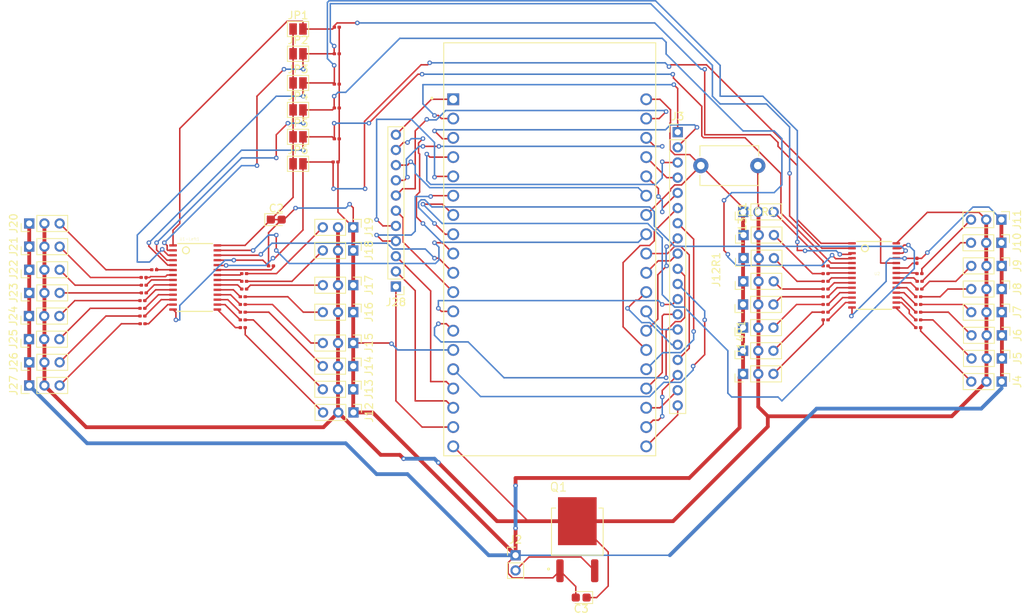
<source format=kicad_pcb>
(kicad_pcb (version 20240108) (generator "pcbnew") (generator_version "8.0")
  (layers (0 "F.Cu" signal) (31 "B.Cu" signal) (34 "B.Paste" user) (35 "F.Paste" user) (36 "B.SilkS" user "B.Silkscreen") (37 "F.SilkS" user "F.Silkscreen") (38 "B.Mask" user) (39 "F.Mask" user) (44 "Edge.Cuts" user))
  (net 0 "")
  (net 1 "GND")
  (net 2 "5.0V")
  (net 3 "Net-(J2-Pin_2)")
  (net 4 "Net-(J3-Pin_2)")
  (net 5 "Net-(J3-Pin_3)")
  (net 6 "Net-(J3-Pin_1)")
  (net 7 "Net-(J5-Pin_3)")
  (net 8 "Net-(J6-Pin_3)")
  (net 9 "Net-(J7-Pin_3)")
  (net 10 "Net-(J8-Pin_3)")
  (net 11 "Net-(J9-Pin_3)")
  (net 12 "Net-(J10-Pin_3)")
  (net 13 "Net-(J10R1-Pin_3)")
  (net 14 "Net-(J11-Pin_3)")
  (net 15 "Net-(J11R1-Pin_3)")
  (net 16 "Net-(J12-Pin_3)")
  (net 17 "Net-(J12R1-Pin_3)")
  (net 18 "Net-(J13-Pin_3)")
  (net 19 "Net-(J13R1-Pin_3)")
  (net 20 "Net-(J14-Pin_3)")
  (net 21 "Net-(J14R1-Pin_3)")
  (net 22 "Net-(J15-Pin_3)")
  (net 23 "Net-(J15R1-Pin_3)")
  (net 24 "Net-(J16-Pin_3)")
  (net 25 "Net-(J16R1-Pin_3)")
  (net 26 "Net-(J17-Pin_3)")
  (net 27 "Net-(J17R1-Pin_3)")
  (net 28 "Net-(J18-Pin_3)")
  (net 29 "Net-(J19-Pin_3)")
  (net 30 "Net-(J20-Pin_3)")
  (net 31 "Net-(J21-Pin_3)")
  (net 32 "Net-(J22-Pin_3)")
  (net 33 "Net-(J23-Pin_3)")
  (net 34 "Net-(J24-Pin_3)")
  (net 35 "Net-(J25-Pin_3)")
  (net 36 "Net-(J26-Pin_3)")
  (net 37 "Net-(J27-Pin_3)")
  (net 38 "Net-(J28-Pin_2)")
  (net 39 "Net-(J28-Pin_1)")
  (net 40 "Net-(J28-Pin_3)")
  (net 41 "A0")
  (net 42 "A1")
  (net 43 "A2")
  (net 44 "A3")
  (net 45 "A4")
  (net 46 "A5")
  (net 47 "Net-(U2-#OE)")
  (net 48 "Net-(U1-Left1-#OE)")
  (net 49 "PWM8")
  (net 50 "PWM9")
  (net 51 "PWM10")
  (net 52 "PWM11")
  (net 53 "PWM12")
  (net 54 "PWM13")
  (net 55 "PWM14")
  (net 56 "PWM15")
  (net 57 "PWM0")
  (net 58 "PWM1")
  (net 59 "PWM2")
  (net 60 "PWM3")
  (net 61 "PWM4")
  (net 62 "PWM5")
  (net 63 "PWM6")
  (net 64 "PWM7")
  (net 65 "PWM8B")
  (net 66 "PWM9B")
  (net 67 "PWM10B")
  (net 68 "PWM11B")
  (net 69 "PWM12B")
  (net 70 "PWM13B")
  (net 71 "PWM14B")
  (net 72 "PWM15B")
  (net 73 "PWM0B")
  (net 74 "PWM1B")
  (net 75 "PWM2B")
  (net 76 "PWM3B")
  (net 77 "PWM4B")
  (net 78 "PWM5B")
  (net 79 "PWM6B")
  (net 80 "PWM7B")
  (net 81 "SDA0")
  (net 82 "SCL0")
  (net 83 "Net-(J3-Pin_8)")
  (net 84 "Net-(J3-Pin_17)")
  (net 85 "Net-(J3-Pin_14)")
  (net 86 "Net-(J3-Pin_6)")
  (net 87 "Net-(J3-Pin_9)")
  (net 88 "Net-(J28-Pin_4)")
  (net 89 "SCL1")
  (net 90 "Net-(J28-Pin_8)")
  (net 91 "Net-(J28-Pin_10)")
  (net 92 "Net-(J3-Pin_18)")
  (net 93 "Net-(J3-Pin_19)")
  (net 94 "Net-(J3-Pin_4)")
  (net 95 "Net-(J3-Pin_12)")
  (net 96 "Net-(J28-Pin_9)")
  (net 97 "Net-(J3-Pin_11)")
  (net 98 "Net-(J28-Pin_6)")
  (net 99 "Net-(J3-Pin_5)")
  (net 100 "Net-(J28-Pin_5)")
  (net 101 "Net-(J3-Pin_7)")
  (net 102 "Net-(J3-Pin_10)")
  (net 103 "Net-(J3-Pin_15)")
  (net 104 "SDA1")
  (net 105 "Net-(J3-Pin_13)")
  (net 106 "Net-(J3-Pin_16)")
  (net 107 "Net-(J28-Pin_7)")
  (net 108 "unconnected-(J28-Pin_11-Pad11)")
  (net 109 "Net-(J4-Pin_3)")
  (footprint "Jumper:SolderJumper-2_P1.3mm_Open_Pad1.0x1.5mm" (layer "F.Cu") (at 117.672 55.149)
    (property "Reference" "JP3")
    (property "Value" "SolderJumper_2_Open" (hide yes))
  )
  (footprint "Connector_PinHeader_2.00mm:PinHeader_1x02_P2.00mm_Vertical" (layer "F.Cu") (at 146.304 117.364)
    (property "Reference" "J2")
    (property "Value" "Screw_Terminal_01x02")
  )
  (footprint "Connector_PinHeader_2.00mm:PinHeader_1x03_P2.00mm_Vertical" (layer "F.Cu") (at 176.276 81.28 90)
    (property "Reference" "J13R1")
    (property "Value" "Conn_01x03_Pin" (hide yes))
  )
  (footprint "Capacitor_Tantalum_SMD:CP_EIA-1608-08_AVX-J" (layer "F.Cu") (at 114.808 73.152)
    (property "Reference" "C2")
    (property "Value" "C")
  )
  (footprint "Resistor_SMD:R_0201_0603Metric" (layer "F.Cu") (at 97.348 80.772 180)
    (property "Reference" "R34" (hide yes))
    (property "Value" "R" (hide yes))
  )
  (footprint "Resistor_SMD:R_0201_0603Metric" (layer "F.Cu") (at 110.581 82.296)
    (property "Reference" "R30" (hide yes))
    (property "Value" "R" (hide yes))
  )
  (footprint "Resistor_SMD:R_0201_0603Metric" (layer "F.Cu") (at 114.112 79.248)
    (property "Reference" "R2" (hide yes))
    (property "Value" "R" (hide yes))
  )
  (footprint "Connector_PinHeader_2.00mm:PinHeader_1x03_P2.00mm_Vertical" (layer "F.Cu") (at 82.264 85.852 90)
    (property "Reference" "J24")
    (property "Value" "Conn_01x03_Pin" (hide yes))
  )
  (footprint "Resistor_SMD:R_0201_0603Metric" (layer "F.Cu") (at 110.399 87.376)
    (property "Reference" "R25" (hide yes))
    (property "Value" "R" (hide yes))
  )
  (footprint "Resistor_SMD:R_0201_0603Metric" (layer "F.Cu") (at 122.773 55.308)
    (property "Reference" "R6" (hide yes))
    (property "Value" "R" (hide yes))
  )
  (footprint "Connector_PinHeader_2.00mm:PinHeader_1x03_P2.00mm_Vertical" (layer "F.Cu") (at 176.244 87.376 90)
    (property "Reference" "J15R1" (hide yes))
    (property "Value" "Conn_01x03_Pin" (hide yes))
  )
  (footprint "Resistor_SMD:R_0201_0603Metric" (layer "F.Cu") (at 199.481 81.28)
    (property "Reference" "R15" (hide yes))
    (property "Value" "R" (hide yes))
  )
  (footprint "Resistor_SMD:R_0201_0603Metric" (layer "F.Cu") (at 122.61 65.56)
    (property "Reference" "R3" (hide yes))
    (property "Value" "R" (hide yes))
  )
  (footprint "Resistor_SMD:R_0201_0603Metric" (layer "F.Cu") (at 187.107 84.328 180)
    (property "Reference" "R22" (hide yes))
    (property "Value" "R")
  )
  (footprint "Resistor_SMD:R_0201_0603Metric" (layer "F.Cu") (at 122.773 51.308)
    (property "Reference" "R7" (hide yes))
    (property "Value" "RJP2" (hide yes))
  )
  (footprint "Resistor_SMD:R_0201_0603Metric" (layer "F.Cu") (at 187.107 85.344 180)
    (property "Reference" "R23" (hide yes))
    (property "Value" "R")
  )
  (footprint "Connector_PinHeader_2.00mm:PinHeader_1x03_P2.00mm_Vertical" (layer "F.Cu") (at 124.936 74.168 -90)
    (property "Reference" "J19")
    (property "Value" "Conn_01x03_Pin")
  )
  (footprint "Resistor_SMD:R_0201_0603Metric" (layer "F.Cu") (at 122.773 62.512)
    (property "Reference" "R4" (hide yes))
    (property "Value" "R" (hide yes))
  )
  (footprint "Jumper:SolderJumper-2_P1.3mm_Open_Pad1.0x1.5mm" (layer "F.Cu") (at 117.672 65.799)
    (property "Reference" "JP6")
    (property "Value" "SolderJumper_2_Open" (hide yes))
  )
  (footprint "Resistor_SMD:R_0201_0603Metric" (layer "F.Cu") (at 187.107 79.248 180)
    (property "Reference" "R17" (hide yes))
    (property "Value" "R")
  )
  (footprint "Connector_PinHeader_2.00mm:PinHeader_1x03_P2.00mm_Vertical" (layer "F.Cu") (at 176.244 84.328 90)
    (property "Reference" "J14R1")
    (property "Value" "Conn_01x03_Pin" (hide yes))
  )
  (footprint "Connector_PinHeader_2.00mm:PinHeader_1x03_P2.00mm_Vertical" (layer "F.Cu") (at 82.264 88.9 90)
    (property "Reference" "J25")
    (property "Value" "Conn_01x03_Pin" (hide yes))
  )
  (footprint "Jumper:SolderJumper-2_P1.3mm_Open_Pad1.0x1.5mm" (layer "F.Cu") (at 117.672 62.249)
    (property "Reference" "JP5")
    (property "Value" "SolderJumper_2_Open" (hide yes))
  )
  (footprint "Resistor_SMD:R_0201_0603Metric" (layer "F.Cu") (at 122.773 47.808)
    (property "Reference" "R8J1" (hide yes))
    (property "Value" "RJP1" (hide yes))
  )
  (footprint "Connector_PinHeader_2.00mm:PinHeader_1x03_P2.00mm_Vertical" (layer "F.Cu") (at 124.936 77.216 -90)
    (property "Reference" "J18")
    (property "Value" "Conn_01x03_Pin")
  )
  (footprint "Connector_PinHeader_2.00mm:PinHeader_1x03_P2.00mm_Vertical" (layer "F.Cu") (at 124.968 98.552 -90)
    (property "Reference" "J12")
    (property "Value" "Conn_01x03_Pin" (hide yes))
  )
  (footprint "Resistor_SMD:R_0201_0603Metric" (layer "F.Cu") (at 110.399 86.36)
    (property "Reference" "R26" (hide yes))
    (property "Value" "R" (hide yes))
  )
  (footprint "Resistor_SMD:R_0201_0603Metric" (layer "F.Cu") (at 110.581 80.264)
    (property "Reference" "R32" (hide yes))
    (property "Value" "R" (hide yes))
  )
  (footprint "Resistor_SMD:R_0201_0603Metric" (layer "F.Cu") (at 122.773 58.448)
    (property "Reference" "R5" (hide yes))
    (property "Value" "R" (hide yes))
  )
  (footprint "Resistor_SMD:R_0201_0603Metric" (layer "F.Cu") (at 110.581 81.28)
    (property "Reference" "R31" (hide yes))
    (property "Value" "R" (hide yes))
  )
  (footprint "Resistor_SMD:R_0201_0603Metric" (layer "F.Cu") (at 187.107 81.28 180)
    (property "Reference" "R19" (hide yes))
    (property "Value" "R")
  )
  (footprint "Connector_PinHeader_2.00mm:PinHeader_1x03_P2.00mm_Vertical" (layer "F.Cu") (at 82.296 79.756 90)
    (property "Reference" "J22")
    (property "Value" "Conn_01x03_Pin")
  )
  (footprint "Resistor_SMD:R_0201_0603Metric" (layer "F.Cu") (at 97.216 86.868 180)
    (property "Reference" "R40" (hide yes))
    (property "Value" "R" (hide yes))
  )
  (footprint "Connector_PinHeader_2.00mm:PinHeader_1x19_P2.00mm_Vertical" (layer "F.Cu") (at 167.64 61.628)
    (property "Reference" "J3")
    (property "Value" "Conn_01x19_Pin")
  )
  (footprint "Connector_PinHeader_2.00mm:PinHeader_1x03_P2.00mm_Vertical" (layer "F.Cu") (at 82.296 73.66 90)
    (property "Reference" "J20")
    (property "Value" "Conn_01x03_Pin")
  )
  (footprint "Connector_PinHeader_2.00mm:PinHeader_1x03_P2.00mm_Vertical" (layer "F.Cu") (at 210.28 94.488 -90)
    (property "Reference" "J4")
    (property "Value" "Conn_01x03_Pin" (hide yes))
  )
  (footprint "Connector_PinHeader_2.00mm:PinHeader_1x03_P2.00mm_Vertical" (layer "F.Cu") (at 82.296 82.804 90)
    (property "Reference" "J23")
    (property "Value" "Conn_01x03_Pin")
  )
  (footprint "Resistor_SMD:R_0201_0603Metric" (layer "F.Cu") (at 110.399 84.328)
    (property "Reference" "R28" (hide yes))
    (property "Value" "R" (hide yes))
  )
  (footprint "Connector_PinHeader_2.00mm:PinHeader_1x03_P2.00mm_Vertical" (layer "F.Cu") (at 210.28 85.344 -90)
    (property "Reference" "J7")
    (property "Value" "Conn_01x03_Pin")
  )
  (footprint "Jumper:SolderJumper-2_P1.3mm_Open_Pad1.0x1.5mm" (layer "F.Cu") (at 117.672 48.049)
    (property "Reference" "JP1")
    (property "Value" "SolderJumper_2_Open" (hide yes))
  )
  (footprint "Resistor_SMD:R_0201_0603Metric" (layer "F.Cu") (at 97.191 83.82 180)
    (property "Reference" "R37" (hide yes))
    (property "Value" "R" (hide yes))
  )
  (footprint "Resistor_SMD:R_0201_0603Metric" (layer "F.Cu") (at 199.136 78.577 -90)
    (property "Reference" "R1" (hide yes))
    (property "Value" "R" (hide yes))
  )
  (footprint "Connector_PinHeader_2.00mm:PinHeader_1x03_P2.00mm_Vertical" (layer "F.Cu") (at 210.248 76.2 -90)
    (property "Reference" "J10")
    (property "Value" "Conn_01x03_Pin")
  )
  (footprint "Connector_PinHeader_2.00mm:PinHeader_1x03_P2.00mm_Vertical" (layer "F.Cu") (at 124.936 95.504 -90)
    (property "Reference" "J13")
    (property "Value" "Conn_01x03_Pin")
  )
  (footprint "Connector_PinHeader_2.00mm:PinHeader_1x03_P2.00mm_Vertical" (layer "F.Cu") (at 176.276 72.136 90)
    (property "Reference" "J10R1")
    (property "Value" "Conn_01x03_Pin" (hide yes))
  )
  (footprint "Connector_PinHeader_2.00mm:PinHeader_1x03_P2.00mm_Vertical" (layer "F.Cu") (at 82.296 91.948 90)
    (property "Reference" "J26")
    (property "Value" "Conn_01x03_Pin" (hide yes))
  )
  (footprint "Connector_PinHeader_2.00mm:PinHeader_1x03_P2.00mm_Vertical" (layer "F.Cu") (at 176.244 90.424 90)
    (property "Reference" "J16R1" (hide yes))
    (property "Value" "Conn_01x03_Pin" (hide yes))
  )
  (footprint "Resistor_SMD:R_0201_0603Metric" (layer "F.Cu") (at 199.299 87.376)
    (property "Reference" "R8" (hide yes))
    (property "Value" "R" (hide yes))
  )
  (footprint "Resistor_SMD:R_0201_0603Metric" (layer "F.Cu") (at 187.107 83.312 180)
    (property "Reference" "R21" (hide yes))
    (property "Value" "R")
  )
  (footprint "Resistor_SMD:R_0201_0603Metric" (layer "F.Cu") (at 199.299 83.312)
    (property "Reference" "R13" (hide yes))
    (property "Value" "R" (hide yes))
  )
  (footprint "Resistor_SMD:R_0201_0603Metric" (layer "F.Cu") (at 97.191 85.852 180)
    (property "Reference" "R39" (hide yes))
    (property "Value" "R" (hide yes))
  )
  (footprint "Connector_PinHeader_2.00mm:PinHeader_1x03_P2.00mm_Vertical" (layer "F.Cu") (at 124.936 92.456 -90)
    (property "Reference" "J14")
    (property "Value" "Conn_01x03_Pin")
  )
  (footprint "Connector_PinHeader_2.00mm:PinHeader_1x03_P2.00mm_Vertical" (layer "F.Cu") (at 176.308 78.232 90)
    (property "Reference" "J12R1")
    (property "Value" "Conn_01x03_Pin" (hide yes))
  )
  (footprint "Resistor_SMD:R_0201_0603Metric" (layer "F.Cu") (at 97.373 81.788 180)
    (property "Reference" "R35" (hide yes))
    (property "Value" "R" (hide yes))
  )
  (footprint "Resistor_SMD:R_0201_0603Metric" (layer "F.Cu") (at 97.373 82.804 180)
    (property "Reference" "R36" (hide yes))
    (property "Value" "R" (hide yes))
  )
  (footprint "Resistor_SMD:R_0201_0603Metric" (layer "F.Cu") (at 199.299 84.328)
    (property "Reference" "R12" (hide yes))
    (property "Value" "R" (hide yes))
  )
  (footprint "Resistor_SMD:R_0201_0603Metric" (layer "F.Cu") (at 199.299 86.36)
    (property "Reference" "R10" (hide yes))
    (property "Value" "R" (hide yes))
  )
  (footprint "Resistor_SMD:R_0201_0603Metric" (layer "F.Cu") (at 97.191 84.836 180)
    (property "Reference" "R38" (hide yes))
    (property "Value" "R" (hide yes))
  )
  (footprint "PCA9685:TSSOP28" (layer "F.Cu") (at 193.5 80.5 -90)
    (property "Reference" "U2")
    (property "Value" "PCA9685")
  )
  (footprint "Resistor_SMD:R_0201_0603Metric" (layer "F.Cu") (at 110.399 85.344)
    (property "Reference" "R27" (hide yes))
    (property "Value" "R" (hide yes))
  )
  (footprint "Resistor_SMD:R_0201_0603Metric" (layer "F.Cu") (at 110.399 83.312)
    (property "Reference" "R29" (hide yes))
    (property "Value" "R" (hide yes))
  )
  (footprint "Capacitor_Tantalum_SMD:CP_EIA-1608-08_AVX-J" (layer "F.Cu") (at 154.94 122.936 180)
    (property "Reference" "C3")
    (property "Value" "C")
  )
  (footprint "Resistor_SMD:R_0201_0603Metric" (layer "F.Cu") (at 187.107 80.264 180)
    (property "Reference" "R18" (hide yes))
    (property "Value" "R")
  )
  (footprint "Connector_PinHeader_2.00mm:PinHeader_1x03_P2.00mm_Vertical" (layer "F.Cu") (at 176.244 93.472 90)
    (property "Reference" "J17R1" (hide yes))
    (property "Value" "Conn_01x03_Pin" (hide yes))
  )
  (footprint "Connector_PinHeader_2.00mm:PinHeader_1x03_P2.00mm_Vertical" (layer "F.Cu") (at 210.312 91.44 -90)
    (property "Reference" "J5")
    (property "Value" "Conn_01x03_Pin" (hide yes))
  )
  (footprint "Resistor_SMD:R_0201_0603Metric" (layer "F.Cu") (at 98.74 79.756 180)
    (property "Reference" "R33" (hide yes))
    (property "Value" "R" (hide yes))
  )
  (footprint "Jumper:SolderJumper-2_P1.3mm_Open_Pad1.0x1.5mm" (layer "F.Cu") (at 117.672 58.699)
    (property "Reference" "JP4")
    (property "Value" "SolderJumper_2_Open" (hide yes))
  )
  (footprint "Connector_PinHeader_2.00mm:PinHeader_1x03_P2.00mm_Vertical" (layer "F.Cu") (at 176.308 75.184 90)
    (property "Reference" "J11R1" (hide yes))
    (property "Value" "Conn_01x03_Pin" (hide yes))
  )
  (footprint "Connector_PinHeader_2.00mm:PinHeader_1x03_P2.00mm_Vertical" (layer "F.Cu") (at 124.936 89.408 -90)
    (property "Reference" "J15")
    (property "Value" "Conn_01x03_Pin")
  )
  (footprint "Connector_PinHeader_2.00mm:PinHeader_1x03_P2.00mm_Vertical" (layer "F.Cu") (at 210.312 88.392 -90)
    (property "Reference" "J6")
    (property "Value" "Conn_01x03_Pin")
  )
  (footprint "Resistor_SMD:R_0201_0603Metric" (layer "F.Cu") (at 199.456 80.264)
    (property "Reference" "R16" (hide yes))
    (property "Value" "R" (hide yes))
  )
  (footprint "Resistor_SMD:R_0201_0603Metric" (layer "F.Cu") (at 199.456 82.296)
    (property "Reference" "R14" (hide yes))
    (property "Value" "R" (hide yes))
  )
  (footprint "Resistor_SMD:R_0201_0603Metric" (layer "F.Cu") (at 187.107 86.36 180)
    (property "Reference" "R24" (hide yes))
    (property "Value" "R")
  )
  (footprint "Resistor_SMD:R_0201_0603Metric" (layer "F.Cu") (at 199.299 85.344)
    (property "Reference" "R11" (hide yes))
    (property "Value" "R" (hide yes))
  )
  (footprint "Connector_PinHeader_2.00mm:PinHeader_1x03_P2.00mm_Vertical" (layer "F.Cu") (at 124.936 81.788 -90)
    (property "Reference" "J17")
    (property "Value" "Conn_01x03_Pin")
  )
  (footprint "Connector_PinHeader_2.00mm:PinHeader_1x11_P2.00mm_Vertical" (layer "F.Cu") (at 130.556 81.976 180)
    (property "Reference" "J28")
    (property "Value" "Conn_01x11_Pin" (hide yes))
  )
  (footprint "Connector_PinHeader_2.00mm:PinHeader_1x03_P2.00mm_Vertical" (layer "F.Cu") (at 82.296 94.996 90)
    (property "Reference" "J27")
    (property "Value" "Conn_01x03_Pin" (hide yes))
  )
  (footprint "Capacitor_THT:C_Disc_D7.5mm_W5.0mm_P7.50mm" (layer "F.Cu") (at 178.188 66.04 180)
    (property "Reference" "C1" (hide yes))
    (property "Value" "C")
  )
  (footprint "Connector_PinHeader_2.00mm:PinHeader_1x03_P2.00mm_Vertical" (layer "F.Cu") (at 210.28 82.296 -90)
    (property "Reference" "J8")
    (property "Value" "Conn_01x03_Pin")
  )
  (footprint "Jumper:SolderJumper-2_P1.3mm_Open_Pad1.0x1.5mm" (layer "F.Cu") (at 117.672 51.308)
    (property "Reference" "JP2")
    (property "Value" "SolderJumper_2_Open" (hide yes))
  )
  (footprint "Connector_PinHeader_2.00mm:PinHeader_1x03_P2.00mm_Vertical" (layer "F.Cu") (at 210.28 79.248 -90)
    (property "Reference" "J9")
    (property "Value" "Conn_01x03_Pin")
  )
  (footprint "Connector_PinHeader_2.00mm:PinHeader_1x03_P2.00mm_Vertical" (layer "F.Cu") (at 210.248 73.152 -90)
    (property "Reference" "J11")
    (property "Value" "Conn_01x03_Pin")
  )
  (footprint "AOD417:DPAK228P994X240_3N" (layer "F.Cu") (at 154.432 115.316)
    (property "Reference" "Q1")
    (property "Value" "AOD417")
  )
  (footprint "Resistor_SMD:R_0201_0603Metric" (layer "F.Cu") (at 187.107 82.296 180)
    (property "Reference" "R20" (hide yes))
    (property "Value" "R")
  )
  (footprint "Connector_PinHeader_2.00mm:PinHeader_1x03_P2.00mm_Vertical" (layer "F.Cu") (at 82.296 76.708 90)
    (property "Reference" "J21")
    (property "Value" "Conn_01x03_Pin" (hide yes))
  )
  (footprint "ESP32-DEVKITC-32UE:ESPRESSIF_ESP32-DEVKITC-32UE" (layer "F.Cu") (at 150.8 80.16)
    (property "Reference" "U3" (hide yes))
    (property "Value" "ESP32-DEVKITC-32UE")
  )
  (footprint "PCA9685:TSSOP28" (layer "F.Cu") (at 104.14 80.772 -90)
    (property "Reference" "U1-Left1")
    (property "Value" "PCA9685")
  )
  (footprint "Connector_PinHeader_2.00mm:PinHeader_1x03_P2.00mm_Vertical" (layer "F.Cu") (at 124.936 85.344 -90)
    (property "Reference" "J16")
    (property "Value" "Conn_01x03_Pin")
  )
  (segment (start 122.93 65.56) (end 122.93 72.162) (width 0.2) (layer "F.Cu") (net 1))
  (segment (start 82.296 94.996) (end 82.296 73.66) (width 0.5) (layer "F.Cu") (net 1))
  (segment (start 117.022 62.249) (end 117.022 58.699) (width 0.2) (layer "F.Cu") (net 1))
  (segment (start 117.022 55.149) (end 117.022 51.308) (width 0.2) (layer "F.Cu") (net 1))
  (segment (start 123.093 47.808) (end 123.093 51.308) (width 0.2) (layer "F.Cu") (net 1))
  (segment (start 167.244426 68.583) (end 168.145 68.583) (width 0.2) (layer "F.Cu") (net 1))
  (segment (start 117.022 55.149) (end 117.022 58.699) (width 0.2) (layer "F.Cu") (net 1))
  (segment (start 123.093 65.397) (end 122.93 65.56) (width 0.2) (layer "F.Cu") (net 1))
  (segment (start 175.796 93.92) (end 175.796 100.556) (width 0.5) (layer "F.Cu") (net 1))
  (segment (start 113.792 74.8805) (end 113.792 79.248) (width 0.2) (layer "F.Cu") (net 1))
  (segment (start 110.7005 76.547) (end 114.0955 73.152) (width 0.2) (layer "F.Cu") (net 1))
  (segment (start 117.022 70.2255) (end 114.0955 73.152) (width 0.2) (layer "F.Cu") (net 1))
  (segment (start 210.312 85.852) (end 210.312 88.392) (width 0.5) (layer "F.Cu") (net 1))
  (segment (start 115.5205 73.152) (end 113.792 74.8805) (width 0.2) (layer "F.Cu") (net 1))
  (segment (start 210.312 91.44) (end 210.312 94.456) (width 0.5) (layer "F.Cu") (net 1))
  (segment (start 176.276 72.136) (end 176.276 71.628) (width 0.2) (layer "F.Cu") (net 1))
  (segment (start 107.0578 76.547) (end 110.7005 76.547) (width 0.2) (layer "F.Cu") (net 1))
  (segment (start 115.824 73.152) (end 117.348 71.628) (width 0.2) (layer "F.Cu") (net 1))
  (segment (start 210.28 79.248) (end 210.28 82.296) (width 0.5) (layer "F.Cu") (net 1))
  (segment (start 210.248 76.644) (end 210.28 76.676) (width 0.2) (layer "F.Cu") (net 1))
  (segment (start 127.492 98.552) (end 146.304 117.364) (width 0.5) (layer "F.Cu") (net 1))
  (segment (start 168.145 68.583) (end 170.688 66.04) (width 0.2) (layer "F.Cu") (net 1))
  (segment (start 169.164 107.188) (end 146.304 107.188) (width 0.5) (layer "F.Cu") (net 1))
  (segment (start 124.968 98.552) (end 124.968 98.044) (width 0.2) (layer "F.Cu") (net 1))
  (segment (start 210.312 94.456) (end 210.28 94.488) (width 0.2) (layer "F.Cu") (net 1))
  (segment (start 166.685 69.355) (end 166.685 69.142426) (width 0.2) (layer "F.Cu") (net 1))
  (segment (start 196.4178 78.225) (end 196.4498 78.257) (width 0.2) (layer "F.Cu") (net 1))
  (segment (start 129.884 89.408) (end 129.976 89.5) (width 0.2) (layer "F.Cu") (net 1))
  (segment (start 166.624 63.962574) (end 167.244426 64.583) (width 0.2) (layer "F.Cu") (net 1))
  (segment (start 151.213 120.339) (end 152.146 119.406) (width 0.2) (layer "F.Cu") (net 1))
  (segment (start 117.022 62.249) (end 117.022 65.799) (width 0.2) (layer "F.Cu") (net 1))
  (segment (start 210.248 73.152) (end 210.248 76.2) (width 0.5) (layer "F.Cu") (net 1))
  (segment (start 166.624 60.452) (end 166.624 63.962574) (width 0.2) (layer "F.Cu") (net 1))
  (segment (start 109.22 78.497) (end 113.041 78.497) (width 0.2) (layer "F.Cu") (net 1))
  (segment (start 199.743 78.257) (end 200.5 77.5) (width 0.2) (layer "F.Cu") (net 1))
  (segment (start 123.093 62.512) (end 123.093 65.397) (width 0.2) (layer "F.Cu") (net 1))
  (segment (start 124.936 71.596) (end 124.46 71.12) (width 0.2) (layer "F.Cu") (net 1))
  (segment (start 146.304 113.792) (end 146.304 117.364) (width 0.5) (layer "F.Cu") (net 1))
  (segment (start 163.5 57.3) (end 165.308244 57.3) (width 0.2) (layer "F.Cu") (net 1))
  (segment (start 146.304 117.364) (end 145.329 118.339) (width 0.2) (layer "F.Cu") (net 1))
  (segment (start 176.244 93.472) (end 176.244 72.168) (width 0.5) (layer "F.Cu") (net 1))
  (segment (start 124.936 89.408) (end 129.884 89.408) (width 0.2) (layer "F.Cu") (net 1))
  (segment (start 190.5822 85.7698) (end 190.5 85.852) (width 0.2) (layer "F.Cu") (net 1))
  (segment (start 199.136 78.257) (end 199.743 78.257) (width 0.2) (layer "F.Cu") (net 1))
  (segment (start 165.308244 57.3) (end 166.696 58.687756) (width 0.2) (layer "F.Cu") (net 1))
  (segment (start 197.5 78.257) (end 199.136 78.257) (width 0.2) (layer "F.Cu") (net 1))
  (segment (start 124.968 98.552) (end 127.492 98.552) (width 0.5) (layer "F.Cu") (net 1))
  (segment (start 145.329 119.767859) (end 145.900141 120.339) (width 0.2) (layer "F.Cu") (net 1))
  (segment (start 196.4498 78.257) (end 197.5 78.257) (width 0.2) (layer "F.Cu") (net 1))
  (segment (start 145.329 118.339) (end 145.329 119.767859) (width 0.2) (layer "F.Cu") (net 1))
  (segment (start 210.312 88.392) (end 210.312 91.44) (width 0.5) (layer "F.Cu") (net 1))
  (segment (start 124.936 98.012) (end 124.936 74.168) (width 0.5) (layer "F.Cu") (net 1))
  (segment (start 210.248 76.2) (end 210.248 76.644) (width 0.2) (layer "F.Cu") (net 1))
  (segment (start 210.28 82.296) (end 210.28 85.344) (width 0.5) (layer "F.Cu") (net 1))
  (segment (start 124.936 74.168) (end 124.936 71.596) (width 0.2) (layer "F.Cu") (net 1))
  (segment (start 176.244 72.168) (end 176.276 72.136) (width 0.2) (layer "F.Cu") (net 1))
  (segment (start 117.022 48.049) (end 117.022 51.308) (width 0.2) (layer "F.Cu") (net 1))
  (segment (start 145.900141 120.339) (end 151.213 120.339) (width 0.2) (layer "F.Cu") (net 1))
  (segment (start 123.093 51.308) (end 123.093 55.308) (width 0.2) (layer "F.Cu") (net 1))
  (segment (start 113.041 78.497) (end 113.792 79.248) (width 0.2) (layer "F.Cu") (net 1))
  (segment (start 146.304 107.188) (end 146.304 108.204) (width 0.5) (layer "F.Cu") (net 1))
  (segment (start 190.5822 84.725) (end 190.5822 85.7698) (width 0.2) (layer "F.Cu") (net 1))
  (segment (start 122.93 72.162) (end 124.936 74.168) (width 0.2) (layer "F.Cu") (net 1))
  (segment (start 107.0578 78.497) (end 109.22 78.497) (width 0.2) (layer "F.Cu") (net 1))
  (segment (start 101.6 86.36) (end 101.6 85.3748) (width 0.2) (layer "F.Cu") (net 1))
  (segment (start 114.0955 73.152) (end 115.5205 73.152) (width 0.2) (layer "F.Cu") (net 1))
  (segment (start 115.5205 73.152) (end 115.824 73.152) (width 0.2) (layer "F.Cu") (net 1))
  (segment (start 152.146 119.406) (end 154.2275 121.4875) (width 0.2) (layer "F.Cu") (net 1))
  (segment (start 210.28 85.82) (end 210.312 85.852) (width 0.2) (layer "F.Cu") (net 1))
  (segment (start 101.6 85.3748) (end 101.2222 84.997) (width 0.2) (layer "F.Cu") (net 1))
  (segment (start 170.76 65.58) (end 170.3 66.04) (width 0.2) (layer "F.Cu") (net 1))
  (segment (start 210.28 85.344) (end 210.28 85.82) (width 0.2) (layer "F.Cu") (net 1))
  (segment (start 163.5 72.54) (end 166.685 69.355) (width 0.2) (layer "F.Cu") (net 1))
  (segment (start 117.022 65.799) (end 117.022 70.2255) (width 0.2) (layer "F.Cu") (net 1))
  (segment (start 113.6485 72.705) (end 114.0955 73.152) (width 0.2) (layer "F.Cu") (net 1))
  (segment (start 154.2275 121.4875) (end 154.2275 122.936) (width 0.2) (layer "F.Cu") (net 1))
  (segment (start 176.276 71.628) (end 170.688 66.04) (width 0.2) (layer "F.Cu") (net 1))
  (segment (start 176.244 93.472) (end 175.796 93.92) (width 0.5) (layer "F.Cu") (net 1))
  (segment (start 123.093 58.448) (end 123.093 62.512) (width 0.2) (layer "F.Cu") (net 1))
  (segment (start 163.8 72.54) (end 163.5 72.54) (width 0.2) (layer "F.Cu") (net 1))
  (segment (start 166.696 60.38) (end 166.624 60.452) (width 0.2) (layer "F.Cu") (net 1))
  (segment (start 167.244426 64.583) (end 169.231 64.583) (width 0.2) (layer "F.Cu") (net 1))
  (segment (start 166.696 58.687756) (end 166.696 60.38) (width 0.2) (layer "F.Cu") (net 1))
  (segment (start 124.968 98.044) (end 124.936 98.012) (width 0.2) (layer "F.Cu") (net 1))
  (segment (start 169.231 64.583) (end 170.688 66.04) (width 0.2) (layer "F.Cu") (net 1))
  (segment (start 210.28 76.676) (end 210.28 79.248) (width 0.5) (layer "F.Cu") (net 1))
  (segment (start 166.685 69.142426) (end 167.244426 68.583) (width 0.2) (layer "F.Cu") (net 1))
  (segment (start 175.796 100.556) (end 169.164 107.188) (width 0.5) (layer "F.Cu") (net 1))
  (segment (start 123.093 55.308) (end 123.093 58.448) (width 0.2) (layer "F.Cu") (net 1))
  (via (at 200.5 77.5) (size 0.6) (drill 0.3) (layers "F.Cu" "B.Cu") (net 1))
  (via (at 146.304 113.792) (size 0.6) (drill 0.3) (layers "F.Cu" "B.Cu") (net 1))
  (via (at 109.22 78.497) (size 0.6) (drill 0.3) (layers "F.Cu" "B.Cu") (net 1))
  (via (at 124.46 71.12) (size 0.6) (drill 0.3) (layers "F.Cu" "B.Cu") (net 1))
  (via (at 146.304 108.204) (size 0.6) (drill 0.3) (layers "F.Cu" "B.Cu") (net 1))
  (via (at 129.976 89.5) (size 0.6) (drill 0.3) (layers "F.Cu" "B.Cu") (net 1))
  (via (at 101.6 86.36) (size 0.6) (drill 0.3) (layers "F.Cu" "B.Cu") (net 1))
  (via (at 117.348 71.628) (size 0.6) (drill 0.3) (layers "F.Cu" "B.Cu") (net 1))
  (via (at 197.5 78.257) (size 0.6) (drill 0.3) (layers "F.Cu" "B.Cu") (net 1))
  (via (at 190.5 85.852) (size 0.6) (drill 0.3) (layers "F.Cu" "B.Cu") (net 1))
  (segment (start 89.916 102.616) (end 123.952 102.616) (width 0.5) (layer "B.Cu") (net 1))
  (segment (start 195.555 78.257) (end 197.5 78.257) (width 0.2) (layer "B.Cu") (net 1))
  (segment (start 130.796 90.32) (end 138.1 90.32) (width 0.2) (layer "B.Cu") (net 1))
  (segment (start 210.248 73.152) (end 208.596 71.5) (width 0.2) (layer "B.Cu") (net 1))
  (segment (start 109.22 78.497) (end 108.070756 78.497) (width 0.2) (layer "B.Cu") (net 1))
  (segment (start 82.296 94.996) (end 89.916 102.616) (width 0.5) (layer "B.Cu") (net 1))
  (segment (start 195.072 81.28) (end 195.072 78.74) (width 0.2) (layer "B.Cu") (net 1))
  (segment (start 108.070756 78.497) (end 102.108 84.459756) (width 0.2) (layer "B.Cu") (net 1))
  (segment (start 123.952 71.628) (end 124.46 71.12) (width 0.2) (layer "B.Cu") (net 1))
  (segment (start 146.304 117.364) (end 166.608 117.364) (width 0.2) (layer "B.Cu") (net 1))
  (segment (start 117.348 71.628) (end 123.952 71.628) (width 0.2) (layer "B.Cu") (net 1))
  (segment (start 102.108 86.36) (end 101.6 86.36) (width 0.2) (layer "B.Cu") (net 1))
  (segment (start 190.5 85.852) (end 195.072 81.28) (width 0.2) (layer "B.Cu") (net 1))
  (segment (start 128.016 106.68) (end 132.08 106.68) (width 0.5) (layer "B.Cu") (net 1))
  (segment (start 123.952 102.616) (end 128.016 106.68) (width 0.5) (layer "B.Cu") (net 1))
  (segment (start 146.304 108.204) (end 146.304 113.792) (width 0.5) (layer "B.Cu") (net 1))
  (segment (start 207.599 98.044) (end 210.28 95.363) (width 0.5) (layer "B.Cu") (net 1))
  (segment (start 185.928 98.044) (end 207.599 98.044) (width 0.5) (layer "B.Cu") (net 1))
  (segment (start 208.596 71.5) (end 206.5 71.5) (width 0.2) (layer "B.Cu") (net 1))
  (segment (start 132.08 106.68) (end 142.764 117.364) (width 0.5) (layer "B.Cu") (net 1))
  (segment (start 206.5 71.5) (end 200.5 77.5) (width 0.2) (layer "B.Cu") (net 1))
  (segment (start 102.108 84.459756) (end 102.108 86.36) (width 0.2) (layer "B.Cu") (net 1))
  (segment (start 129.976 89.5) (end 130.796 90.32) (width 0.2) (layer "B.Cu") (net 1))
  (segment (start 166.608 117.364) (end 185.928 98.044) (width 0.5) (layer "B.Cu") (net 1))
  (segment (start 195.072 78.74) (end 195.555 78.257) (width 0.2) (layer "B.Cu") (net 1))
  (segment (start 210.28 95.363) (end 210.28 94.488) (width 0.2) (layer "B.Cu") (net 1))
  (segment (start 142.764 117.364) (end 146.304 117.364) (width 0.5) (layer "B.Cu") (net 1))
  (segment (start 178.276 72.136) (end 178.276 71.152) (width 0.2) (layer "F.Cu") (net 2))
  (segment (start 154.432 112.876) (end 158.496 116.94) (width 0.2) (layer "F.Cu") (net 2))
  (segment (start 158.496 121.412) (end 156.972 122.936) (width 0.2) (layer "F.Cu") (net 2))
  (segment (start 89.8 100.5) (end 84.296 94.996) (width 0.5) (layer "F.Cu") (net 2))
  (segment (start 178.244 90.424) (end 178.244 93.472) (width 0.5) (layer "F.Cu") (net 2))
  (segment (start 178.244 97.804) (end 179.5 99.06) (width 0.5) (layer "F.Cu") (net 2))
  (segment (start 121.02 100.5) (end 89.8 100.5) (width 0.5) (layer "F.Cu") (net 2))
  (segment (start 122.936 98.044) (end 122.936 74.168) (width 0.5) (layer "F.Cu") (net 2))
  (segment (start 158.496 116.94) (end 158.496 121.412) (width 0.2) (layer "F.Cu") (net 2))
  (segment (start 122.968 98.552) (end 121.02 100.5) (width 0.5) (layer "F.Cu") (net 2))
  (segment (start 178.244 90.424) (end 178.244 89.98) (width 0.2) (layer "F.Cu") (net 2))
  (segment (start 200.4958 72.197) (end 207.293 72.197) (width 0.2) (layer "F.Cu") (net 2))
  (segment (start 208.248 79.216) (end 208.28 79.248) (width 0.2) (layer "F.Cu") (net 2))
  (segment (start 178.244 89.98) (end 178.276 89.948) (width 0.2) (layer "F.Cu") (net 2))
  (segment (start 143.864 112.876) (end 136.144 105.156) (width 0.5) (layer "F.Cu") (net 2))
  (segment (start 122.968 98.076) (end 122.936 98.044) (width 0.2) (layer "F.Cu") (net 2))
  (segment (start 178.276 66.516) (end 177.8 66.04) (width 0.2) (layer "F.Cu") (net 2))
  (segment (start 208.28 79.248) (end 208.28 82.296) (width 0.5) (layer "F.Cu") (net 2))
  (segment (start 178.276 89.948) (end 178.276 72.136) (width 0.5) (layer "F.Cu") (net 2))
  (segment (start 179.5 100.408) (end 167.032 112.876) (width 0.5) (layer "F.Cu") (net 2))
  (segment (start 154.432 112.876) (end 147.956 112.876) (width 0.2) (layer "F.Cu") (net 2))
  (segment (start 154.432 112.876) (end 143.864 112.876) (width 0.5) (layer "F.Cu") (net 2))
  (segment (start 179.5 99.06) (end 179.5 100.408) (width 0.5) (layer "F.Cu") (net 2))
  (segment (start 156.972 122.936) (end 155.6525 122.936) (width 0.2) (layer "F.Cu") (net 2))
  (segment (start 207.293 72.197) (end 208.248 73.152) (width 0.2) (layer "F.Cu") (net 2))
  (segment (start 179.5 99.06) (end 203.708 99.06) (width 0.5) (layer "F.Cu") (net 2))
  (segment (start 203.708 99.06) (end 208.28 94.488) (width 0.5) (layer "F.Cu") (net 2))
  (segment (start 178.188 71.064) (end 178.188 66.04) (width 0.2) (layer "F.Cu") (net 2))
  (segment (start 131.064 104.14) (end 131.572 104.648) (width 0.5) (layer "F.Cu") (net 2))
  (segment (start 178.276 71.152) (end 178.188 71.064) (width 0.2) (layer "F.Cu") (net 2))
  (segment (start 122.968 98.552) (end 122.968 98.076) (width 0.2) (layer "F.Cu") (net 2))
  (segment (start 178.244 93.472) (end 178.244 97.804) (width 0.5) (layer "F.Cu") (net 2))
  (segment (start 128.556 104.14) (end 131.064 104.14) (width 0.5) (layer "F.Cu") (net 2))
  (segment (start 208.28 82.296) (end 208.28 94.488) (width 0.5) (layer "F.Cu") (net 2))
  (segment (start 167.032 112.876) (end 154.432 112.876) (width 0.5) (layer "F.Cu") (net 2))
  (segment (start 137.964 103.156) (end 138.1 103.02) (width 0.2) (layer "F.Cu") (net 2))
  (segment (start 208.248 76.2) (end 208.248 79.216) (width 0.5) (layer "F.Cu") (net 2))
  (segment (start 84.296 73.66) (end 84.296 94.996) (width 0.5) (layer "F.Cu") (net 2))
  (segment (start 147.956 112.876) (end 138.1 103.02) (width 0.2) (layer "F.Cu") (net 2))
  (segment (start 178.406 65.5) (end 177.866 66.04) (width 0.2) (layer "F.Cu") (net 2))
  (segment (start 196.4178 76.275) (end 200.4958 72.197) (width 0.2) (layer "F.Cu") (net 2))
  (segment (start 208.248 73.152) (end 208.248 76.2) (width 0.5) (layer "F.Cu") (net 2))
  (segment (start 122.968 98.552) (end 128.556 104.14) (width 0.5) (layer "F.Cu") (net 2))
  (via (at 136.144 105.156) (size 0.6) (drill 0.3) (layers "F.Cu" "B.Cu") (net 2))
  (via (at 131.572 104.648) (size 0.6) (drill 0.3) (layers "F.Cu" "B.Cu") (net 2))
  (segment (start 135.636 104.648) (end 131.572 104.648) (width 0.5) (layer "B.Cu") (net 2))
  (segment (start 136.144 105.156) (end 135.636 104.648) (width 0.5) (layer "B.Cu") (net 2))
  (segment (start 148.072 117.596) (end 154.908 117.596) (width 0.2) (layer "F.Cu") (net 3))
  (segment (start 154.908 117.596) (end 156.718 119.406) (width 0.2) (layer "F.Cu") (net 3))
  (segment (start 146.304 119.364) (end 148.072 117.596) (width 0.2) (layer "F.Cu") (net 3))
  (segment (start 137.98 62.5) (end 136.668 62.5) (width 0.2) (layer "F.Cu") (net 4))
  (segment (start 136.668 62.5) (end 135.636 61.468) (width 0.2) (layer "F.Cu") (net 4))
  (segment (start 167.64 63.538) (end 170.18 60.998) (width 0.2) (layer "F.Cu") (net 4))
  (segment (start 170.18 60.96) (end 170.18 60.998) (width 0.2) (layer "F.Cu") (net 4))
  (segment (start 137.98 62.5) (end 138.1 62.38) (width 0.2) (layer "F.Cu") (net 4))
  (segment (start 167.64 63.628) (end 167.64 63.538) (width 0.2) (layer "F.Cu") (net 4))
  (via (at 170.18 60.998) (size 0.6) (drill 0.3) (layers "F.Cu" "B.Cu") (net 4))
  (via (at 135.636 61.468) (size 0.6) (drill 0.3) (layers "F.Cu" "B.Cu") (net 4))
  (segment (start 166.685 60.673) (end 166.038 61.32) (width 0.2) (layer "B.Cu") (net 4))
  (segment (start 169.855 60.673) (end 166.685 60.673) (width 0.2) (layer "B.Cu") (net 4))
  (segment (start 170.18 60.998) (end 169.855 60.673) (width 0.2) (layer "B.Cu") (net 4))
  (segment (start 135.784 61.32) (end 135.636 61.468) (width 0.2) (layer "B.Cu") (net 4))
  (segment (start 166.038 61.32) (end 135.784 61.32) (width 0.2) (layer "B.Cu") (net 4))
  (segment (start 138.1 64.92) (end 135.024 64.92) (width 0.2) (layer "F.Cu") (net 5))
  (segment (start 165.704 65.628) (end 165.608 65.532) (width 0.2) (layer "F.Cu") (net 5))
  (segment (start 167.64 65.628) (end 165.704 65.628) (width 0.2) (layer "F.Cu") (net 5))
  (segment (start 135.024 64.92) (end 134.62 64.516) (width 0.2) (layer "F.Cu") (net 5))
  (via (at 165.608 65.532) (size 0.6) (drill 0.3) (layers "F.Cu" "B.Cu") (net 5))
  (via (at 134.62 64.516) (size 0.6) (drill 0.3) (layers "F.Cu" "B.Cu") (net 5))
  (segment (start 135.120933 68.52) (end 164.748 68.52) (width 0.2) (layer "B.Cu") (net 5))
  (segment (start 164.748 68.52) (end 165.608 67.66) (width 0.2) (layer "B.Cu") (net 5))
  (segment (start 165.608 67.66) (end 165.608 65.532) (width 0.2) (layer "B.Cu") (net 5))
  (segment (start 134.62 64.516) (end 134.62 68.019067) (width 0.2) (layer "B.Cu") (net 5))
  (segment (start 134.62 68.019067) (end 135.120933 68.52) (width 0.2) (layer "B.Cu") (net 5))
  (segment (start 167.64 55.88) (end 167.64 61.628) (width 0.2) (layer "F.Cu") (net 6))
  (segment (start 167.132 55.372) (end 167.64 55.88) (width 0.2) (layer "F.Cu") (net 6))
  (segment (start 136.548 59.84) (end 138.1 59.84) (width 0.2) (layer "F.Cu") (net 6))
  (segment (start 135.636 59.436) (end 136.144 59.436) (width 0.2) (layer "F.Cu") (net 6))
  (segment (start 136.144 59.436) (end 136.548 59.84) (width 0.2) (layer "F.Cu") (net 6))
  (via (at 135.636 59.436) (size 0.6) (drill 0.3) (layers "F.Cu" "B.Cu") (net 6))
  (via (at 167.132 55.372) (size 0.6) (drill 0.3) (layers "F.Cu" "B.Cu") (net 6))
  (segment (start 167.132 55.372) (end 134.112 55.372) (width 0.2) (layer "B.Cu") (net 6))
  (segment (start 134.112 57.912) (end 135.636 59.436) (width 0.2) (layer "B.Cu") (net 6))
  (segment (start 134.112 55.372) (end 134.112 57.912) (width 0.2) (layer "B.Cu") (net 6))
  (segment (start 201.232 86.36) (end 206.312 91.44) (width 0.2) (layer "F.Cu") (net 7))
  (segment (start 199.619 86.36) (end 201.232 86.36) (width 0.2) (layer "F.Cu") (net 7))
  (segment (start 206.312 88.392) (end 203.264 85.344) (width 0.2) (layer "F.Cu") (net 8))
  (segment (start 203.264 85.344) (end 199.619 85.344) (width 0.2) (layer "F.Cu") (net 8))
  (segment (start 205.264 84.328) (end 206.28 85.344) (width 0.2) (layer "F.Cu") (net 9))
  (segment (start 199.619 84.328) (end 205.264 84.328) (width 0.2) (layer "F.Cu") (net 9))
  (segment (start 203.2 82.296) (end 202.184 83.312) (width 0.2) (layer "F.Cu") (net 10))
  (segment (start 202.184 83.312) (end 199.619 83.312) (width 0.2) (layer "F.Cu") (net 10))
  (segment (start 206.28 82.296) (end 203.2 82.296) (width 0.2) (layer "F.Cu") (net 10))
  (segment (start 204.248 81.28) (end 206.28 79.248) (width 0.2) (layer "F.Cu") (net 11))
  (segment (start 199.776 82.296) (end 200.792 81.28) (width 0.2) (layer "F.Cu") (net 11))
  (segment (start 200.792 81.28) (end 204.248 81.28) (width 0.2) (layer "F.Cu") (net 11))
  (segment (start 204.881 76.2) (end 206.248 76.2) (width 0.2) (layer "F.Cu") (net 12))
  (segment (start 199.801 81.28) (end 204.881 76.2) (width 0.2) (layer "F.Cu") (net 12))
  (segment (start 186.787 78.647) (end 180.276 72.136) (width 0.2) (layer "F.Cu") (net 13))
  (segment (start 186.787 79.248) (end 186.787 78.647) (width 0.2) (layer "F.Cu") (net 13))
  (segment (start 199.776 79.624) (end 206.248 73.152) (width 0.2) (layer "F.Cu") (net 14))
  (segment (start 199.776 80.264) (end 199.776 79.624) (width 0.2) (layer "F.Cu") (net 14))
  (segment (start 185.388 80.264) (end 180.308 75.184) (width 0.2) (layer "F.Cu") (net 15))
  (segment (start 186.787 80.264) (end 185.388 80.264) (width 0.2) (layer "F.Cu") (net 15))
  (segment (start 110.719 88.303) (end 120.968 98.552) (width 0.2) (layer "F.Cu") (net 16))
  (segment (start 110.719 87.376) (end 110.719 88.303) (width 0.2) (layer "F.Cu") (net 16))
  (segment (start 183.356 81.28) (end 180.308 78.232) (width 0.2) (layer "F.Cu") (net 17))
  (segment (start 186.787 81.28) (end 183.356 81.28) (width 0.2) (layer "F.Cu") (net 17))
  (segment (start 110.719 86.36) (end 111.792 86.36) (width 0.2) (layer "F.Cu") (net 18))
  (segment (start 111.792 86.36) (end 120.936 95.504) (width 0.2) (layer "F.Cu") (net 18))
  (segment (start 186.787 82.296) (end 181.292 82.296) (width 0.2) (layer "F.Cu") (net 19))
  (segment (start 181.292 82.296) (end 180.276 81.28) (width 0.2) (layer "F.Cu") (net 19))
  (segment (start 120.936 92.456) (end 113.824 85.344) (width 0.2) (layer "F.Cu") (net 20))
  (segment (start 113.824 85.344) (end 110.719 85.344) (width 0.2) (layer "F.Cu") (net 20))
  (segment (start 181.26 83.312) (end 180.244 84.328) (width 0.2) (layer "F.Cu") (net 21))
  (segment (start 186.787 83.312) (end 181.26 83.312) (width 0.2) (layer "F.Cu") (net 21))
  (segment (start 114.3 84.328) (end 110.719 84.328) (width 0.2) (layer "F.Cu") (net 22))
  (segment (start 119.38 89.408) (end 114.3 84.328) (width 0.2) (layer "F.Cu") (net 22))
  (segment (start 120.936 89.408) (end 119.38 89.408) (width 0.2) (layer "F.Cu") (net 22))
  (segment (start 186.787 84.328) (end 183.292 84.328) (width 0.2) (layer "F.Cu") (net 23))
  (segment (start 183.292 84.328) (end 180.244 87.376) (width 0.2) (layer "F.Cu") (net 23))
  (segment (start 110.719 83.312) (end 116.332 83.312) (width 0.2) (layer "F.Cu") (net 24))
  (segment (start 116.332 83.312) (end 118.364 85.344) (width 0.2) (layer "F.Cu") (net 24))
  (segment (start 118.364 85.344) (end 120.936 85.344) (width 0.2) (layer "F.Cu") (net 24))
  (segment (start 185.324 85.344) (end 180.244 90.424) (width 0.2) (layer "F.Cu") (net 25))
  (segment (start 186.787 85.344) (end 185.324 85.344) (width 0.2) (layer "F.Cu") (net 25))
  (segment (start 111.409 81.788) (end 110.901 82.296) (width 0.2) (layer "F.Cu") (net 26))
  (segment (start 120.936 81.788) (end 111.409 81.788) (width 0.2) (layer "F.Cu") (net 26))
  (segment (start 186.787 86.929) (end 180.244 93.472) (width 0.2) (layer "F.Cu") (net 27))
  (segment (start 186.787 86.36) (end 186.787 86.929) (width 0.2) (layer "F.Cu") (net 27))
  (segment (start 120.936 77.216) (end 116.872 81.28) (width 0.2) (layer "F.Cu") (net 28))
  (segment (start 116.872 81.28) (end 110.901 81.28) (width 0.2) (layer "F.Cu") (net 28))
  (segment (start 114.84 80.264) (end 110.901 80.264) (width 0.2) (layer "F.Cu") (net 29))
  (segment (start 120.936 74.168) (end 114.84 80.264) (width 0.2) (layer "F.Cu") (net 29))
  (segment (start 92.392 79.756) (end 98.42 79.756) (width 0.2) (layer "F.Cu") (net 30))
  (segment (start 86.296 73.66) (end 92.392 79.756) (width 0.2) (layer "F.Cu") (net 30))
  (segment (start 86.296 76.708) (end 90.36 80.772) (width 0.2) (layer "F.Cu") (net 31))
  (segment (start 90.36 80.772) (end 97.028 80.772) (width 0.2) (layer "F.Cu") (net 31))
  (segment (start 88.328 81.788) (end 97.053 81.788) (width 0.2) (layer "F.Cu") (net 32))
  (segment (start 86.296 79.756) (end 88.328 81.788) (width 0.2) (layer "F.Cu") (net 32))
  (segment (start 86.296 82.804) (end 97.053 82.804) (width 0.2) (layer "F.Cu") (net 33))
  (segment (start 88.296 83.82) (end 96.871 83.82) (width 0.2) (layer "F.Cu") (net 34))
  (segment (start 86.264 85.852) (end 88.296 83.82) (width 0.2) (layer "F.Cu") (net 34))
  (segment (start 90.328 84.836) (end 96.871 84.836) (width 0.2) (layer "F.Cu") (net 35))
  (segment (start 86.264 88.9) (end 90.328 84.836) (width 0.2) (layer "F.Cu") (net 35))
  (segment (start 92.392 85.852) (end 96.871 85.852) (width 0.2) (layer "F.Cu") (net 36))
  (segment (start 86.296 91.948) (end 92.392 85.852) (width 0.2) (layer "F.Cu") (net 36))
  (segment (start 86.296 94.996) (end 94.424 86.868) (width 0.2) (layer "F.Cu") (net 37))
  (segment (start 94.424 86.868) (end 96.896 86.868) (width 0.2) (layer "F.Cu") (net 37))
  (segment (start 137.188 97.028) (end 138.1 97.94) (width 0.2) (layer "F.Cu") (net 38))
  (segment (start 130.556 79.976) (end 133.096 82.516) (width 0.2) (layer "F.Cu") (net 38))
  (segment (start 133.096 97.028) (end 137.188 97.028) (width 0.2) (layer "F.Cu") (net 38))
  (segment (start 133.096 82.516) (end 133.096 97.028) (width 0.2) (layer "F.Cu") (net 38))
  (segment (start 134.008 100.48) (end 138.1 100.48) (width 0.2) (layer "F.Cu") (net 39))
  (segment (start 130.556 97.028) (end 134.008 100.48) (width 0.2) (layer "F.Cu") (net 39))
  (segment (start 130.556 81.976) (end 130.556 97.028) (width 0.2) (layer "F.Cu") (net 39))
  (segment (start 135.128 94.488) (end 137.188 94.488) (width 0.2) (layer "F.Cu") (net 40))
  (segment (start 138 95.5) (end 138.1 95.4) (width 0.2) (layer "F.Cu") (net 40))
  (segment (start 137.188 94.488) (end 138.1 95.4) (width 0.2) (layer "F.Cu") (net 40))
  (segment (start 135.128 82.548) (end 135.128 94.488) (width 0.2) (layer "F.Cu") (net 40))
  (segment (start 130.556 77.976) (end 135.128 82.548) (width 0.2) (layer "F.Cu") (net 40))
  (segment (start 122.817001 47.244) (end 125.476 47.244) (width 0.2) (layer "F.Cu") (net 41))
  (segment (start 179.832 61.976) (end 180.848 62.992) (width 0.2) (layer "F.Cu") (net 41))
  (segment (start 180.848 62.992) (end 180.848 63.5) (width 0.2) (layer "F.Cu") (net 41))
  (segment (start 122.212 48.049) (end 122.453 47.808) (width 0.2) (layer "F.Cu") (net 41))
  (segment (start 118.242 47.019) (end 118.322 47.099) (width 0.2) (layer "F.Cu") (net 41))
  (segment (start 171.196 53.34) (end 171.196 61.976) (width 0.2) (layer "F.Cu") (net 41))
  (segment (start 122.453 47.808) (end 122.453 47.608001) (width 0.2) (layer "F.Cu") (net 41))
  (segment (start 171.196 61.976) (end 179.832 61.976) (width 0.2) (layer "F.Cu") (net 41))
  (segment (start 122.453 47.608001) (end 122.817001 47.244) (width 0.2) (layer "F.Cu") (net 41))
  (segment (start 102.108 73.66) (end 102.108 61.153) (width 0.2) (layer "F.Cu") (net 41))
  (segment (start 183.388 73.152) (end 186.511 76.275) (width 0.2) (layer "F.Cu") (net 41))
  (segment (start 102.108 61.153) (end 116.242 47.019) (width 0.2) (layer "F.Cu") (net 41))
  (segment (start 186.511 76.275) (end 190.5822 76.275) (width 0.2) (layer "F.Cu") (net 41))
  (segment (start 118.322 48.049) (end 122.212 48.049) (width 0.2) (layer "F.Cu") (net 41))
  (segment (start 180.848 63.5) (end 183.388 66.04) (width 0.2) (layer "F.Cu") (net 41))
  (segment (start 183.388 66.04) (end 183.388 73.152) (width 0.2) (layer "F.Cu") (net 41))
  (segment (start 118.322 47.099) (end 118.322 48.049) (width 0.2) (layer "F.Cu") (net 41))
  (segment (start 101.2222 74.5458) (end 102.108 73.66) (width 0.2) (layer "F.Cu") (net 41))
  (segment (start 101.2222 76.547) (end 101.2222 74.5458) (width 0.2) (layer "F.Cu") (net 41))
  (segment (start 116.242 47.019) (end 118.242 47.019) (width 0.2) (layer "F.Cu") (net 41))
  (via (at 125.476 47.244) (size 0.6) (drill 0.3) (layers "F.Cu" "B.Cu") (net 41))
  (via (at 171.196 53.34) (size 0.6) (drill 0.3) (layers "F.Cu" "B.Cu") (net 41))
  (segment (start 125.476 47.244) (end 164.621401 47.244) (width 0.2) (layer "B.Cu") (net 41))
  (segment (start 170.717401 53.34) (end 171.196 53.34) (width 0.2) (layer "B.Cu") (net 41))
  (segment (start 164.621401 47.244) (end 170.717401 53.34) (width 0.2) (layer "B.Cu") (net 41))
  (segment (start 186.623598 76.925) (end 182.372 72.673402) (width 0.2) (layer "F.Cu") (net 42))
  (segment (start 190.5822 76.925) (end 186.623598 76.925) (width 0.2) (layer "F.Cu") (net 42))
  (segment (start 122.428 51.283) (end 122.453 51.308) (width 0.2) (layer "F.Cu") (net 42))
  (segment (start 112.268 66.04) (end 112.268 56.896) (width 0.2) (layer "F.Cu") (net 42))
  (segment (start 100.5269 77.197) (end 100.4469 77.117) (width 0.2) (layer "F.Cu") (net 42))
  (segment (start 118.322 52.79) (end 118.322 51.308) (width 0.2) (layer "F.Cu") (net 42))
  (segment (start 101.2222 77.197) (end 100.5269 77.197) (width 0.2) (layer "F.Cu") (net 42))
  (segment (start 122.428 50.292) (end 122.428 51.283) (width 0.2) (layer "F.Cu") (net 42))
  (segment (start 100.4469 76.5709) (end 100.076 76.2) (width 0.2) (layer "F.Cu") (net 42))
  (segment (start 118.322 51.308) (end 122.453 51.308) (width 0.2) (layer "F.Cu") (net 42))
  (segment (start 118.364 52.832) (end 118.322 52.79) (width 0.2) (layer "F.Cu") (net 42))
  (segment (start 182.372 72.673402) (end 182.372 67.056) (width 0.2) (layer "F.Cu") (net 42))
  (segment (start 118.364 53.34) (end 118.364 52.832) (width 0.2) (layer "F.Cu") (net 42))
  (segment (start 112.268 56.896) (end 115.824 53.34) (width 0.2) (layer "F.Cu") (net 42))
  (segment (start 100.4469 77.117) (end 100.4469 76.5709) (width 0.2) (layer "F.Cu") (net 42))
  (via (at 182.372 67.056) (size 0.6) (drill 0.3) (layers "F.Cu" "B.Cu") (net 42))
  (via (at 115.824 53.34) (size 0.6) (drill 0.3) (layers "F.Cu" "B.Cu") (net 42))
  (via (at 100.076 76.2) (size 0.6) (drill 0.3) (layers "F.Cu" "B.Cu") (net 42))
  (via (at 122.428 50.292) (size 0.6) (drill 0.3) (layers "F.Cu" "B.Cu") (net 42))
  (via (at 112.268 66.04) (size 0.6) (drill 0.3) (layers "F.Cu" "B.Cu") (net 42))
  (via (at 118.364 53.34) (size 0.6) (drill 0.3) (layers "F.Cu" "B.Cu") (net 42))
  (segment (start 179.324 57.912) (end 173.228 57.912) (width 0.2) (layer "B.Cu") (net 42))
  (segment (start 172.212 52.832) (end 164.084 44.704) (width 0.2) (layer "B.Cu") (net 42))
  (segment (start 173.228 57.912) (end 172.212 56.896) (width 0.2) (layer "B.Cu") (net 42))
  (segment (start 100.076 76.2) (end 110.236 66.04) (width 0.2) (layer "B.Cu") (net 42))
  (segment (start 121.92 44.704) (end 121.92 49.784) (width 0.2) (layer "B.Cu") (net 42))
  (segment (start 110.236 66.04) (end 112.268 66.04) (width 0.2) (layer "B.Cu") (net 42))
  (segment (start 115.824 53.34) (end 118.364 53.34) (width 0.2) (layer "B.Cu") (net 42))
  (segment (start 182.372 67.056) (end 182.372 60.96) (width 0.2) (layer "B.Cu") (net 42))
  (segment (start 164.084 44.704) (end 121.92 44.704) (width 0.2) (layer "B.Cu") (net 42))
  (segment (start 121.92 49.784) (end 122.428 50.292) (width 0.2) (layer "B.Cu") (net 42))
  (segment (start 182.372 60.96) (end 179.324 57.912) (width 0.2) (layer "B.Cu") (net 42))
  (segment (start 172.212 56.896) (end 172.212 52.832) (width 0.2) (layer "B.Cu") (net 42))
  (segment (start 118.322 56.854) (end 118.364 56.896) (width 0.2) (layer "F.Cu") (net 43))
  (segment (start 190.4332 77.724) (end 190.5822 77.575) (width 0.2) (layer "F.Cu") (net 43))
  (segment (start 183.388 76.093) (end 183.388 77.216) (width 0.2) (layer "F.Cu") (net 43))
  (segment (start 122.294 55.149) (end 122.453 55.308) (width 0.2) (layer "F.Cu") (net 43))
  (segment (start 118.322 55.149) (end 118.322 56.854) (width 0.2) (layer "F.Cu") (net 43))
  (segment (start 122.453 55.308) (end 122.453 52.857) (width 0.2) (layer "F.Cu") (net 43))
  (segment (start 184.367 77.216) (end 184.404 77.253) (width 0.2) (layer "F.Cu") (net 43))
  (segment (start 188.976 77.724) (end 190.4332 77.724) (width 0.2) (layer "F.Cu") (net 43))
  (segment (start 118.322 55.149) (end 122.294 55.149) (width 0.2) (layer "F.Cu") (net 43))
  (segment (start 183.388 77.216) (end 184.367 77.216) (width 0.2) (layer "F.Cu") (net 43))
  (segment (start 99.798566 77.06102) (end 100.584546 77.847) (width 0.2) (layer "F.Cu") (net 43))
  (segment (start 100.584546 77.847) (end 101.2222 77.847) (width 0.2) (layer "F.Cu") (net 43))
  (segment (start 122.453 52.857) (end 122.428 52.832) (width 0.2) (layer "F.Cu") (net 43))
  (via (at 183.388 76.093) (size 0.6) (drill 0.3) (layers "F.Cu" "B.Cu") (net 43))
  (via (at 184.404 77.253) (size 0.6) (drill 0.3) (layers "F.Cu" "B.Cu") (net 43))
  (via (at 99.798566 77.06102) (size 0.6) (drill 0.3) (layers "F.Cu" "B.Cu") (net 43))
  (via (at 188.976 77.724) (size 0.6) (drill 0.3) (layers "F.Cu" "B.Cu") (net 43))
  (via (at 122.428 52.832) (size 0.6) (drill 0.3) (layers "F.Cu" "B.Cu") (net 43))
  (via (at 118.364 56.896) (size 0.6) (drill 0.3) (layers "F.Cu" "B.Cu") (net 43))
  (segment (start 121.762599 44.324) (end 164.72 44.324) (width 0.2) (layer "B.Cu") (net 43))
  (segment (start 122.428 52.832) (end 121.54 51.944) (width 0.2) (layer "B.Cu") (net 43))
  (segment (start 114.808 56.896) (end 97.536 74.168) (width 0.2) (layer "B.Cu") (net 43))
  (segment (start 96.52 75.184) (end 96.52 78.74) (width 0.2) (layer "B.Cu") (net 43))
  (segment (start 178.845402 56.896) (end 183.388 61.438598) (width 0.2) (layer "B.Cu") (net 43))
  (segment (start 118.364 56.896) (end 114.808 56.896) (width 0.2) (layer "B.Cu") (net 43))
  (segment (start 173.228 56.896) (end 178.845402 56.896) (width 0.2) (layer "B.Cu") (net 43))
  (segment (start 164.72 44.324) (end 173.228 52.832) (width 0.2) (layer "B.Cu") (net 43))
  (segment (start 188.505 77.253) (end 188.976 77.724) (width 0.2) (layer "B.Cu") (net 43))
  (segment (start 98.119586 78.74) (end 99.798566 77.06102) (width 0.2) (layer "B.Cu") (net 43))
  (segment (start 97.536 74.168) (end 96.52 75.184) (width 0.2) (layer "B.Cu") (net 43))
  (segment (start 183.388 61.438598) (end 183.388 76.093) (width 0.2) (layer "B.Cu") (net 43))
  (segment (start 96.52 78.74) (end 98.119586 78.74) (width 0.2) (layer "B.Cu") (net 43))
  (segment (start 173.228 52.832) (end 173.228 56.896) (width 0.2) (layer "B.Cu") (net 43))
  (segment (start 184.404 77.253) (end 188.505 77.253) (width 0.2) (layer "B.Cu") (net 43))
  (segment (start 121.54 51.944) (end 121.54 44.546599) (width 0.2) (layer "B.Cu") (net 43))
  (segment (start 121.54 44.546599) (end 121.762599 44.324) (width 0.2) (layer "B.Cu") (net 43))
  (segment (start 122.428 58.423) (end 122.453 58.448) (width 0.2) (layer "F.Cu") (net 44))
  (segment (start 101.2222 78.497) (end 100.414302 78.497) (width 0.2) (layer "F.Cu") (net 44))
  (segment (start 190.5822 78.225) (end 190.5032 78.304) (width 0.2) (layer "F.Cu") (net 44))
  (segment (start 114.808 61.976) (end 116.332 60.452) (width 0.2) (layer "F.Cu") (net 44))
  (segment (start 118.322 58.699) (end 122.202 58.699) (width 0.2) (layer "F.Cu") (net 44))
  (segment (start 122.428 56.896) (end 122.428 58.423) (width 0.2) (layer "F.Cu") (net 44))
  (segment (start 99.06 77.142698) (end 99.06 76.2) (width 0.2) (layer "F.Cu") (net 44))
  (segment (start 100.414302 78.497) (end 99.06 77.142698) (width 0.2) (layer "F.Cu") (net 44))
  (segment (start 173.736 77.216) (end 173.736 70.612) (width 0.2) (layer "F.Cu") (net 44))
  (segment (start 174.244 77.724) (end 173.736 77.216) (width 0.2) (layer "F.Cu") (net 44))
  (segment (start 118.364 60.452) (end 118.364 58.741) (width 0.2) (layer "F.Cu") (net 44))
  (segment (start 122.202 58.699) (end 122.453 58.448) (width 0.2) (layer "F.Cu") (net 44))
  (segment (start 188.431 78.304) (end 187.96 77.833) (width 0.2) (layer "F.Cu") (net 44))
  (segment (start 114.808 65.024) (end 114.808 61.976) (width 0.2) (layer "F.Cu") (net 44))
  (segment (start 118.364 58.741) (end 118.322 58.699) (width 0.2) (layer "F.Cu") (net 44))
  (segment (start 190.5032 78.304) (end 188.431 78.304) (width 0.2) (layer "F.Cu") (net 44))
  (via (at 174.244 77.724) (size 0.6) (drill 0.3) (layers "F.Cu" "B.Cu") (net 44))
  (via (at 187.96 77.833) (size 0.6) (drill 0.3) (layers "F.Cu" "B.Cu") (net 44))
  (via (at 118.364 60.452) (size 0.6) (drill 0.3) (layers "F.Cu" "B.Cu") (net 44))
  (via (at 114.808 65.024) (size 0.6) (drill 0.3) (layers "F.Cu" "B.Cu") (net 44))
  (via (at 116.332 60.452) (size 0.6) (drill 0.3) (layers "F.Cu" "B.Cu") (net 44))
  (via (at 173.736 70.612) (size 0.6) (drill 0.3) (layers "F.Cu" "B.Cu") (net 44))
  (via (at 122.428 56.896) (size 0.6) (drill 0.3) (layers "F.Cu" "B.Cu") (net 44))
  (via (at 99.06 76.2) (size 0.6) (drill 0.3) (layers "F.Cu" "B.Cu") (net 44))
  (segment (start 123.952 56.388) (end 122.936 56.388) (width 0.2) (layer "B.Cu") (net 44))
  (segment (start 181.356 68.58) (end 181.356 62.484) (width 0.2) (layer "B.Cu") (net 44))
  (segment (start 176.246598 61.468) (end 166.116 51.337402) (width 0.2) (layer "B.Cu") (net 44))
  (segment (start 174.752 69.596) (end 180.34 69.596) (width 0.2) (layer "B.Cu") (net 44))
  (segment (start 110.236 65.024) (end 114.808 65.024) (width 0.2) (layer "B.Cu") (net 44))
  (segment (start 181.356 62.484) (end 180.34 61.468) (width 0.2) (layer "B.Cu") (net 44))
  (segment (start 186.606 79.187) (end 175.353 79.187) (width 0.2) (layer "B.Cu") (net 44))
  (segment (start 174.244 78.078) (end 174.244 77.724) (width 0.2) (layer "B.Cu") (net 44))
  (segment (start 173.736 70.612) (end 174.752 69.596) (width 0.2) (layer "B.Cu") (net 44))
  (segment (start 122.936 56.388) (end 122.428 56.896) (width 0.2) (layer "B.Cu") (net 44))
  (segment (start 166.116 51.337402) (end 166.116 49.784) (width 0.2) (layer "B.Cu") (net 44))
  (segment (start 180.34 61.468) (end 176.246598 61.468) (width 0.2) (layer "B.Cu") (net 44))
  (segment (start 175.353 79.187) (end 174.244 78.078) (width 0.2) (layer "B.Cu") (net 44))
  (segment (start 116.332 60.452) (end 118.364 60.452) (width 0.2) (layer "B.Cu") (net 44))
  (segment (start 165.608 49.276) (end 131.064 49.276) (width 0.2) (layer "B.Cu") (net 44))
  (segment (start 131.064 49.276) (end 123.952 56.388) (width 0.2) (layer "B.Cu") (net 44))
  (segment (start 99.06 76.2) (end 110.236 65.024) (width 0.2) (layer "B.Cu") (net 44))
  (segment (start 166.116 49.784) (end 165.608 49.276) (width 0.2) (layer "B.Cu") (net 44))
  (segment (start 180.34 69.596) (end 181.356 68.58) (width 0.2) (layer "B.Cu") (net 44))
  (segment (start 187.96 77.833) (end 186.606 79.187) (width 0.2) (layer "B.Cu") (net 44))
  (segment (start 190.5822 78.875) (end 187.824172 78.875) (width 0.2) (layer "F.Cu") (net 45))
  (segment (start 170.816 58.235756) (end 167.080244 54.5) (width 0.2) (layer "F.Cu") (net 45))
  (segment (start 181.231 67.087) (end 176.5 62.356) (width 0.2) (layer "F.Cu") (net 45))
  (segment (start 118.322 63.966) (end 118.364 64.008) (width 0.2) (layer "F.Cu") (net 45))
  (segment (start 134 54) (end 133.452 54) (width 0.2) (layer "F.Cu") (net 45))
  (segment (start 167.080244 54.080244) (end 167 54) (width 0.2) (layer "F.Cu") (net 45))
  (segment (start 122.19 62.249) (end 122.453 62.512) (width 0.2) (layer "F.Cu") (net 45))
  (segment (start 118.322 62.249) (end 122.19 62.249) (width 0.2) (layer "F.Cu") (net 45))
  (segment (start 176.5 62.356) (end 171.038599 62.356) (width 0.2) (layer "F.Cu") (net 45))
  (segment (start 167.080244 54.5) (end 167.080244 54.080244) (width 0.2) (layer "F.Cu") (net 45))
  (segment (start 100.5269 79.147) (end 101.2222 79.147) (width 0.2) (layer "F.Cu") (net 45))
  (segment (start 170.816 62.133401) (end 170.816 58.235756) (width 0.2) (layer "F.Cu") (net 45))
  (segment (start 133.452 54) (end 127 60.452) (width 0.2) (layer "F.Cu") (net 45))
  (segment (start 187.824172 78.875) (end 181.231 72.281828) (width 0.2) (layer "F.Cu") (net 45))
  (segment (start 98.044 76.2) (end 98.044 76.6641) (width 0.2) (layer "F.Cu") (net 45))
  (segment (start 98.044 76.6641) (end 100.5269 79.147) (width 0.2) (layer "F.Cu") (net 45))
  (segment (start 122.453 60.477) (end 122.428 60.452) (width 0.2) (layer "F.Cu") (net 45))
  (segment (start 122.453 62.512) (end 122.453 60.477) (width 0.2) (layer "F.Cu") (net 45))
  (segment (start 118.322 62.249) (end 118.322 63.966) (width 0.2) (layer "F.Cu") (net 45))
  (segment (start 171.038599 62.356) (end 170.816 62.133401) (width 0.2) (layer "F.Cu") (net 45))
  (segment (start 181.231 72.281828) (end 181.231 67.087) (width 0.2) (layer "F.Cu") (net 45))
  (via (at 127 60.452) (size 0.6) (drill 0.3) (layers "F.Cu" "B.Cu") (net 45))
  (via (at 98.044 76.2) (size 0.6) (drill 0.3) (layers "F.Cu" "B.Cu") (net 45))
  (via (at 118.364 64.008) (size 0.6) (drill 0.3) (layers "F.Cu" "B.Cu") (net 45))
  (via (at 167 54) (size 0.6) (drill 0.3) (layers "F.Cu" "B.Cu") (net 45))
  (via (at 122.428 60.452) (size 0.6) (drill 0.3) (layers "F.Cu" "B.Cu") (net 45))
  (via (at 134 54) (size 0.6) (drill 0.3) (layers "F.Cu" "B.Cu") (net 45))
  (segment (start 167 54) (end 134 54) (width 0.2) (layer "B.Cu") (net 45))
  (segment (start 110.236 64.008) (end 98.044 76.2) (width 0.2) (layer "B.Cu") (net 45))
  (segment (start 122.428 60.452) (end 127 60.452) (width 0.2) (layer "B.Cu") (net 45))
  (segment (start 118.364 64.008) (end 110.236 64.008) (width 0.2) (layer "B.Cu") (net 45))
  (segment (start 166.74 52.76) (end 171.436244 52.76) (width 0.2) (layer "F.Cu") (net 46))
  (segment (start 133.871756 52.76) (end 126.42 60.211756) (width 0.2) (layer "F.Cu") (net 46))
  (segment (start 122.29 69.028) (end 122.35 69.088) (width 0.2) (layer "F.Cu") (net 46))
  (segment (start 118.561 65.56) (end 118.322 65.799) (width 0.2) (layer "F.Cu") (net 46))
  (segment (start 126.42 60.211756) (end 126.42 69.008) (width 0.2) (layer "F.Cu") (net 46))
  (segment (start 196.4178 78.875) (end 194.3899 78.875) (width 0.2) (layer "F.Cu") (net 46))
  (segment (start 134.74 52.76) (end 133.871756 52.76) (width 0.2) (layer "F.Cu") (net 46))
  (segment (start 194.351899 75.675655) (end 171.436244 52.76) (width 0.2) (layer "F.Cu") (net 46))
  (segment (start 135 52.5) (end 134.74 52.76) (width 0.2) (layer "F.Cu") (net 46))
  (segment (start 108.204 79.184) (end 107.0948 79.184) (width 0.2) (layer "F.Cu") (net 46))
  (segment (start 118.322 65.799) (end 118.322 74.522244) (width 0.2) (layer "F.Cu") (net 46))
  (segment (start 122.29 65.56) (end 122.29 69.028) (width 0.2) (layer "F.Cu") (net 46))
  (segment (start 122.29 65.56) (end 118.561 65.56) (width 0.2) (layer "F.Cu") (net 46))
  (segment (start 126.42 69.008) (end 126.5 69.088) (width 0.2) (layer "F.Cu") (net 46))
  (segment (start 114.612244 78.232) (end 114.372 78.232) (width 0.2) (layer "F.Cu") (net 46))
  (segment (start 194.3899 78.875) (end 194.351899 78.836999) (width 0.2) (layer "F.Cu") (net 46))
  (segment (start 194.351899 78.836999) (end 194.351899 75.675655) (width 0.2) (layer "F.Cu") (net 46))
  (segment (start 166.5 53) (end 166.74 52.76) (width 0.2) (layer "F.Cu") (net 46))
  (segment (start 107.0948 79.184) (end 107.0578 79.147) (width 0.2) (layer "F.Cu") (net 46))
  (segment (start 118.322 74.522244) (end 114.612244 78.232) (width 0.2) (layer "F.Cu") (net 46))
  (via (at 108.204 79.184) (size 0.6) (drill 0.3) (layers "F.Cu" "B.Cu") (net 46))
  (via (at 122.35 69.088) (size 0.6) (drill 0.3) (layers "F.Cu" "B.Cu") (net 46))
  (via (at 126.5 69.088) (size 0.6) (drill 0.3) (layers "F.Cu" "B.Cu") (net 46))
  (via (at 114.372 78.232) (size 0.6) (drill 0.3) (layers "F.Cu" "B.Cu") (net 46))
  (via (at 135 52.5) (size 0.6) (drill 0.3) (layers "F.Cu" "B.Cu") (net 46))
  (via (at 166.5 53) (size 0.6) (drill 0.3) (layers "F.Cu" "B.Cu") (net 46))
  (segment (start 166 52.5) (end 166.5 53) (width 0.2) (layer "B.Cu") (net 46))
  (segment (start 122.35 69.088) (end 126.5 69.088) (width 0.2) (layer "B.Cu") (net 46))
  (segment (start 114.372 78.232) (end 113.42 79.184) (width 0.2) (layer "B.Cu") (net 46))
  (segment (start 113.42 79.184) (end 108.204 79.184) (width 0.2) (layer "B.Cu") (net 46))
  (segment (start 135 52.5) (end 166 52.5) (width 0.2) (layer "B.Cu") (net 46))
  (segment (start 198.5495 78.897) (end 197.9215 79.525) (width 0.2) (layer "F.Cu") (net 47))
  (segment (start 197.9215 79.525) (end 196.4178 79.525) (width 0.2) (layer "F.Cu") (net 47))
  (segment (start 199.136 78.897) (end 198.5495 78.897) (width 0.2) (layer "F.Cu") (net 47))
  (segment (start 114.115999 79.764) (end 107.0908 79.764) (width 0.2) (layer "F.Cu") (net 48))
  (segment (start 114.432 79.447999) (end 114.115999 79.764) (width 0.2) (layer "F.Cu") (net 48))
  (segment (start 107.0908 79.764) (end 107.0578 79.797) (width 0.2) (layer "F.Cu") (net 48))
  (segment (start 114.432 79.248) (end 114.432 79.447999) (width 0.2) (layer "F.Cu") (net 48))
  (segment (start 196.4178 84.8148) (end 198.979 87.376) (width 0.2) (layer "F.Cu") (net 49))
  (segment (start 196.4178 84.725) (end 196.4178 84.8148) (width 0.2) (layer "F.Cu") (net 49))
  (segment (start 198.12 85.0819) (end 198.12 85.501) (width 0.2) (layer "F.Cu") (net 50))
  (segment (start 198.12 85.501) (end 198.979 86.36) (width 0.2) (layer "F.Cu") (net 50))
  (segment (start 197.1131 84.075) (end 198.12 85.0819) (width 0.2) (layer "F.Cu") (net 50))
  (segment (start 196.4178 84.075) (end 197.1131 84.075) (width 0.2) (layer "F.Cu") (net 50))
  (segment (start 196.4178 83.425) (end 197.06 83.425) (width 0.2) (layer "F.Cu") (net 51))
  (segment (start 197.06 83.425) (end 198.979 85.344) (width 0.2) (layer "F.Cu") (net 51))
  (segment (start 196.4178 82.775) (end 197.426 82.775) (width 0.2) (layer "F.Cu") (net 52))
  (segment (start 197.426 82.775) (end 198.979 84.328) (width 0.2) (layer "F.Cu") (net 52))
  (segment (start 196.4178 82.125) (end 197.792 82.125) (width 0.2) (layer "F.Cu") (net 53))
  (segment (start 197.792 82.125) (end 198.979 83.312) (width 0.2) (layer "F.Cu") (net 53))
  (segment (start 196.4178 81.475) (end 198.315 81.475) (width 0.2) (layer "F.Cu") (net 54))
  (segment (start 198.315 81.475) (end 199.136 82.296) (width 0.2) (layer "F.Cu") (net 54))
  (segment (start 198.706 80.825) (end 199.161 81.28) (width 0.2) (layer "F.Cu") (net 55))
  (segment (start 196.4178 80.825) (end 198.706 80.825) (width 0.2) (layer "F.Cu") (net 55))
  (segment (start 199.047 80.175) (end 199.136 80.264) (width 0.2) (layer "F.Cu") (net 56))
  (segment (start 196.4178 80.175) (end 199.047 80.175) (width 0.2) (layer "F.Cu") (net 56))
  (segment (start 187.427 79.248) (end 187.704 79.525) (width 0.2) (layer "F.Cu") (net 57))
  (segment (start 190.5822 79.525) (end 187.704 79.525) (width 0.2) (layer "F.Cu") (net 57))
  (segment (start 190.5822 80.175) (end 187.516 80.175) (width 0.2) (layer "F.Cu") (net 58))
  (segment (start 187.516 80.175) (end 187.427 80.264) (width 0.2) (layer "F.Cu") (net 58))
  (segment (start 190.5822 80.825) (end 187.882 80.825) (width 0.2) (layer "F.Cu") (net 59))
  (segment (start 187.882 80.825) (end 187.427 81.28) (width 0.2) (layer "F.Cu") (net 59))
  (segment (start 188.248 81.475) (end 187.427 82.296) (width 0.2) (layer "F.Cu") (net 60))
  (segment (start 190.5822 81.475) (end 188.248 81.475) (width 0.2) (layer "F.Cu") (net 60))
  (segment (start 190.5822 82.125) (end 188.614 82.125) (width 0.2) (layer "F.Cu") (net 61))
  (segment (start 188.614 82.125) (end 187.427 83.312) (width 0.2) (layer "F.Cu") (net 61))
  (segment (start 190.5822 82.775) (end 188.98 82.775) (width 0.2) (layer "F.Cu") (net 62))
  (segment (start 188.98 82.775) (end 187.427 84.328) (width 0.2) (layer "F.Cu") (net 62))
  (segment (start 187.427 85.344) (end 189.346 83.425) (width 0.2) (layer "F.Cu") (net 63))
  (segment (start 189.346 83.425) (end 190.5822 83.425) (width 0.2) (layer "F.Cu") (net 63))
  (segment (start 187.452 86.36) (end 187.427 86.36) (width 0.2) (layer "F.Cu") (net 64))
  (segment (start 189.737 84.075) (end 187.452 86.36) (width 0.2) (layer "F.Cu") (net 64))
  (segment (start 190.5822 84.075) (end 189.737 84.075) (width 0.2) (layer "F.Cu") (net 64))
  (segment (start 107.0578 84.997) (end 109.4368 87.376) (width 0.2) (layer "F.Cu") (net 65))
  (segment (start 109.4368 87.376) (end 110.079 87.376) (width 0.2) (layer "F.Cu") (net 65))
  (segment (start 108.066 84.347) (end 110.079 86.36) (width 0.2) (layer "F.Cu") (net 66))
  (segment (start 107.0578 84.347) (end 108.066 84.347) (width 0.2) (layer "F.Cu") (net 66))
  (segment (start 107.0578 83.697) (end 108.432 83.697) (width 0.2) (layer "F.Cu") (net 67))
  (segment (start 108.432 83.697) (end 110.079 85.344) (width 0.2) (layer "F.Cu") (net 67))
  (segment (start 107.0578 83.047) (end 108.798 83.047) (width 0.2) (layer "F.Cu") (net 68))
  (segment (start 108.798 83.047) (end 110.079 84.328) (width 0.2) (layer "F.Cu") (net 68))
  (segment (start 109.164 82.397) (end 110.079 83.312) (width 0.2) (layer "F.Cu") (net 69))
  (segment (start 107.0578 82.397) (end 109.164 82.397) (width 0.2) (layer "F.Cu") (net 69))
  (segment (start 107.0578 81.747) (end 109.712 81.747) (width 0.2) (layer "F.Cu") (net 70))
  (segment (start 109.712 81.747) (end 110.261 82.296) (width 0.2) (layer "F.Cu") (net 70))
  (segment (start 107.0578 81.097) (end 110.078 81.097) (width 0.2) (layer "F.Cu") (net 71))
  (segment (start 110.078 81.097) (end 110.261 81.28) (width 0.2) (layer "F.Cu") (net 71))
  (segment (start 107.0578 80.447) (end 110.078 80.447) (width 0.2) (layer "F.Cu") (net 72))
  (segment (start 110.078 80.447) (end 110.261 80.264) (width 0.2) (layer "F.Cu") (net 72))
  (segment (start 101.1812 79.756) (end 101.2222 79.797) (width 0.2) (layer "F.Cu") (net 73))
  (segment (start 99.06 79.756) (end 99.06 79.556001) (width 0.2) (layer "F.Cu") (net 73))
  (segment (start 99.06 79.756) (end 101.1812 79.756) (width 0.2) (layer "F.Cu") (net 73))
  (segment (start 100.442585 80.447) (end 101.2222 80.447) (width 0.2) (layer "F.Cu") (net 74))
  (segment (start 98.259314 80.656) (end 100.233585 80.656) (width 0.2) (layer "F.Cu") (net 74))
  (segment (start 100.233585 80.656) (end 100.442585 80.447) (width 0.2) (layer "F.Cu") (net 74))
  (segment (start 98.143314 80.772) (end 98.259314 80.656) (width 0.2) (layer "F.Cu") (net 74))
  (segment (start 97.668 80.971999) (end 97.668 80.772) (width 0.2) (layer "F.Cu") (net 74))
  (segment (start 97.668 80.772) (end 98.143314 80.772) (width 0.2) (layer "F.Cu") (net 74))
  (segment (start 98.384 81.097) (end 101.2222 81.097) (width 0.2) (layer "F.Cu") (net 75))
  (segment (start 97.693 81.788) (end 98.384 81.097) (width 0.2) (layer "F.Cu") (net 75))
  (segment (start 98.75 81.747) (end 101.2222 81.747) (width 0.2) (layer "F.Cu") (net 76))
  (segment (start 97.693 82.804) (end 98.75 81.747) (width 0.2) (layer "F.Cu") (net 76))
  (segment (start 98.934 82.397) (end 101.2222 82.397) (width 0.2) (layer "F.Cu") (net 77))
  (segment (start 97.511 83.82) (end 98.934 82.397) (width 0.2) (layer "F.Cu") (net 77))
  (segment (start 99.3 83.047) (end 101.2222 83.047) (width 0.2) (layer "F.Cu") (net 78))
  (segment (start 97.511 84.836) (end 99.3 83.047) (width 0.2) (layer "F.Cu") (net 78))
  (segment (start 99.666 83.697) (end 101.2222 83.697) (width 0.2) (layer "F.Cu") (net 79))
  (segment (start 97.511 85.852) (end 99.666 83.697) (width 0.2) (layer "F.Cu") (net 79))
  (segment (start 98.0059 86.868) (end 97.536 86.868) (width 0.2) (layer "F.Cu") (net 80))
  (segment (start 101.2222 84.347) (end 100.5269 84.347) (width 0.2) (layer "F.Cu") (net 80))
  (segment (start 100.5269 84.347) (end 98.0059 86.868) (width 0.2) (layer "F.Cu") (net 80))
  (segment (start 136.68 76.2) (end 135.636 76.2) (width 0.2) (layer "F.Cu") (net 81))
  (segment (start 111.76 77.216) (end 111.741 77.197) (width 0.2) (layer "F.Cu") (net 81))
  (segment (start 114.808 77.216) (end 114.808 75.184) (width 0.2) (layer "F.Cu") (net 81))
  (segment (start 111.741 77.197) (end 107.0578 77.197) (width 0.2) (layer "F.Cu") (net 81))
  (segment (start 138.1 77.62) (end 136.68 76.2) (width 0.2) (layer "F.Cu") (net 81))
  (via (at 114.808 75.184) (size 0.6) (drill 0.3) (layers "F.Cu" "B.Cu") (net 81))
  (via (at 135.636 76.2) (size 0.6) (drill 0.3) (layers "F.Cu" "B.Cu") (net 81))
  (via (at 111.76 77.216) (size 0.6) (drill 0.3) (layers "F.Cu" "B.Cu") (net 81))
  (via (at 114.808 77.216) (size 0.6) (drill 0.3) (layers "F.Cu" "B.Cu") (net 81))
  (segment (start 135.636 76.2) (end 136.216 76.78) (width 0.2) (layer "B.Cu") (net 81))
  (segment (start 113.792 75.184) (end 111.76 77.216) (width 0.2) (layer "B.Cu") (net 81))
  (segment (start 135.757244 78.931) (end 116.523 78.931) (width 0.2) (layer "B.Cu") (net 81))
  (segment (start 136.216 76.78) (end 136.216 78.472244) (width 0.2) (layer "B.Cu") (net 81))
  (segment (start 114.808 75.184) (end 113.792 75.184) (width 0.2) (layer "B.Cu") (net 81))
  (segment (start 136.216 78.472244) (end 135.757244 78.931) (width 0.2) (layer "B.Cu") (net 81))
  (segment (start 116.523 78.931) (end 114.808 77.216) (width 0.2) (layer "B.Cu") (net 81))
  (segment (start 107.0578 77.847) (end 112.653 77.847) (width 0.2) (layer "F.Cu") (net 82))
  (segment (start 112.653 77.847) (end 112.776 77.724) (width 0.2) (layer "F.Cu") (net 82))
  (segment (start 136.172 78.232) (end 138.1 80.16) (width 0.2) (layer "F.Cu") (net 82))
  (segment (start 135.636 78.232) (end 136.172 78.232) (width 0.2) (layer "F.Cu") (net 82))
  (via (at 112.776 77.724) (size 0.6) (drill 0.3) (layers "F.Cu" "B.Cu") (net 82))
  (via (at 135.636 78.232) (size 0.6) (drill 0.3) (layers "F.Cu" "B.Cu") (net 82))
  (segment (start 134.425 77.021) (end 135.636 78.232) (width 0.2) (layer "B.Cu") (net 82))
  (segment (start 130.160426 77.021) (end 134.425 77.021) (width 0.2) (layer "B.Cu") (net 82))
  (segment (start 112.776 77.724) (end 114.239 76.261) (width 0.2) (layer "B.Cu") (net 82))
  (segment (start 129.400426 76.261) (end 130.160426 77.021) (width 0.2) (layer "B.Cu") (net 82))
  (segment (start 114.239 76.261) (end 129.400426 76.261) (width 0.2) (layer "B.Cu") (net 82))
  (segment (start 165.028 80.408) (end 166.188 79.248) (width 0.2) (layer "F.Cu") (net 83))
  (segment (start 165.028 86.252) (end 165.028 80.408) (width 0.2) (layer "F.Cu") (net 83))
  (segment (start 166.188 76.708) (end 166.56 76.708) (width 0.2) (layer "F.Cu") (net 83))
  (segment (start 166.56 76.708) (end 167.64 75.628) (width 0.2) (layer "F.Cu") (net 83))
  (segment (start 163.5 87.78) (end 165.028 86.252) (width 0.2) (layer "F.Cu") (net 83))
  (via (at 166.188 76.708) (size 0.6) (drill 0.3) (layers "F.Cu" "B.Cu") (net 83))
  (via (at 166.188 79.248) (size 0.6) (drill 0.3) (layers "F.Cu" "B.Cu") (net 83))
  (segment (start 166.116 79.176) (end 166.116 76.78) (width 0.2) (layer "B.Cu") (net 83))
  (segment (start 166.188 79.248) (end 166.116 79.176) (width 0.2) (layer "B.Cu") (net 83))
  (segment (start 166.116 76.78) (end 166.188 76.708) (width 0.2) (layer "B.Cu") (net 83))
  (segment (start 165.608 95.66) (end 165.608 96.52) (width 0.2) (layer "F.Cu") (net 84))
  (segment (start 164.412 99.568) (end 163.5 100.48) (width 0.2) (layer "F.Cu") (net 84))
  (segment (start 165.1 99.568) (end 164.412 99.568) (width 0.2) (layer "F.Cu") (net 84))
  (segment (start 165.608 99.06) (end 165.1 99.568) (width 0.2) (layer "F.Cu") (net 84))
  (segment (start 167.64 93.628) (end 165.608 95.66) (width 0.2) (layer "F.Cu") (net 84))
  (via (at 165.608 99.06) (size 0.6) (drill 0.3) (layers "F.Cu" "B.Cu") (net 84))
  (via (at 165.608 96.52) (size 0.6) (drill 0.3) (layers "F.Cu" "B.Cu") (net 84))
  (segment (start 165.608 96.52) (end 165.608 98.552) (width 0.2) (layer "B.Cu") (net 84))
  (segment (start 165.608 98.552) (end 165.608 99.06) (width 0.2) (layer "B.Cu") (net 84))
  (segment (start 163.5 85.24) (end 163.5 85.715401) (width 0.2) (layer "B.Cu") (net 85))
  (segment (start 165.412599 87.628) (end 167.64 87.628) (width 0.2) (layer "B.Cu") (net 85))
  (segment (start 163.5 85.715401) (end 165.412599 87.628) (width 0.2) (layer "B.Cu") (net 85))
  (segment (start 167.64 71.628) (end 164.56 74.708) (width 0.2) (layer "F.Cu") (net 86))
  (segment (start 163.939067 76.56) (end 162.708 76.56) (width 0.2) (layer "F.Cu") (net 86))
  (segment (start 160.456 78.812) (end 160.456 87.276) (width 0.2) (layer "F.Cu") (net 86))
  (segment (start 163.5 90.32) (end 164.116 90.32) (width 0.2) (layer "F.Cu") (net 86))
  (segment (start 162.708 76.56) (end 160.456 78.812) (width 0.2) (layer "F.Cu") (net 86))
  (segment (start 160.456 87.276) (end 163.5 90.32) (width 0.2) (layer "F.Cu") (net 86))
  (segment (start 164.56 75.939067) (end 163.939067 76.56) (width 0.2) (layer "F.Cu") (net 86))
  (segment (start 164.56 74.708) (end 164.56 75.939067) (width 0.2) (layer "F.Cu") (net 86))
  (segment (start 166.685 78.583) (end 165.077 78.583) (width 0.2) (layer "F.Cu") (net 87))
  (segment (start 165.077 78.583) (end 163.5 80.16) (width 0.2) (layer "F.Cu") (net 87))
  (segment (start 167.64 77.628) (end 166.685 78.583) (width 0.2) (layer "F.Cu") (net 87))
  (segment (start 138.1 70) (end 135.232 70) (width 0.2) (layer "F.Cu") (net 88))
  (segment (start 128.808 75.976) (end 130.556 75.976) (width 0.2) (layer "F.Cu") (net 88))
  (segment (start 128.016 75.184) (end 128.808 75.976) (width 0.2) (layer "F.Cu") (net 88))
  (segment (start 135.232 70) (end 135.128 70.104) (width 0.2) (layer "F.Cu") (net 88))
  (via (at 135.128 70.104) (size 0.6) (drill 0.3) (layers "F.Cu" "B.Cu") (net 88))
  (via (at 128.016 75.184) (size 0.6) (drill 0.3) (layers "F.Cu" "B.Cu") (net 88))
  (segment (start 128.016 75.184) (end 132.588 75.184) (width 0.2) (layer "B.Cu") (net 88))
  (segment (start 133.096 70.104) (end 135.128 70.104) (width 0.2) (layer "B.Cu") (net 88))
  (segment (start 133.096 74.676) (end 133.096 70.104) (width 0.2) (layer "B.Cu") (net 88))
  (segment (start 132.588 75.184) (end 133.096 74.676) (width 0.2) (layer "B.Cu") (net 88))
  (segment (start 197.253 77.575) (end 197.612 77.216) (width 0.2) (layer "F.Cu") (net 89))
  (segment (start 137.056 75.08) (end 135.636 73.66) (width 0.2) (layer "F.Cu") (net 89))
  (segment (start 138.129686 75.08) (end 138.1 75.08) (width 0.2) (layer "F.Cu") (net 89))
  (segment (start 197.612 77.216) (end 197.640536 77.244536) (width 0.2) (layer "F.Cu") (net 89))
  (segment (start 196.4178 77.575) (end 197.253 77.575) (width 0.2) (layer "F.Cu") (net 89))
  (segment (start 138.1 75.08) (end 137.056 75.08) (width 0.2) (layer "F.Cu") (net 89))
  (via (at 135.636 73.66) (size 0.6) (drill 0.3) (layers "F.Cu" "B.Cu") (net 89))
  (via (at 197.640536 77.244536) (size 0.6) (drill 0.3) (layers "F.Cu" "B.Cu") (net 89))
  (segment (start 135.292244 71.48) (end 163.939067 71.48) (width 0.2) (layer "B.Cu") (net 89))
  (segment (start 133.871756 70.54) (end 134.352244 70.54) (width 0.2) (layer "B.Cu") (net 89))
  (segment (start 164.56 72.100933) (end 164.56 73.988574) (width 0.2) (layer "B.Cu") (net 89))
  (segment (start 135.636 73.66) (end 133.532 71.556) (width 0.2) (layer "B.Cu") (net 89))
  (segment (start 197.069 76.673) (end 197.640536 77.244536) (width 0.2) (layer "B.Cu") (net 89))
  (segment (start 163.939067 71.48) (end 164.56 72.100933) (width 0.2) (layer "B.Cu") (net 89))
  (segment (start 167.244426 76.673) (end 197.069 76.673) (width 0.2) (layer "B.Cu") (net 89))
  (segment (start 134.352244 70.54) (end 135.292244 71.48) (width 0.2) (layer "B.Cu") (net 89))
  (segment (start 133.532 70.879756) (end 133.871756 70.54) (width 0.2) (layer "B.Cu") (net 89))
  (segment (start 164.56 73.988574) (end 167.244426 76.673) (width 0.2) (layer "B.Cu") (net 89))
  (segment (start 133.532 71.556) (end 133.532 70.879756) (width 0.2) (layer "B.Cu") (net 89))
  (segment (start 165.608 63.5) (end 164.62 63.5) (width 0.2) (layer "F.Cu") (net 90))
  (segment (start 131.668 67.976) (end 132.08 67.564) (width 0.2) (layer "F.Cu") (net 90))
  (segment (start 134.112 63.5) (end 136.216 63.5) (width 0.2) (layer "F.Cu") (net 90))
  (segment (start 130.556 67.976) (end 131.668 67.976) (width 0.2) (layer "F.Cu") (net 90))
  (segment (start 164.62 63.5) (end 163.5 62.38) (width 0.2) (layer "F.Cu") (net 90))
  (via (at 136.216 63.5) (size 0.6) (drill 0.3) (layers "F.Cu" "B.Cu") (net 90))
  (via (at 132.08 67.564) (size 0.6) (drill 0.3) (layers "F.Cu" "B.Cu") (net 90))
  (via (at 134.112 63.5) (size 0.6) (drill 0.3) (layers "F.Cu" "B.Cu") (net 90))
  (via (at 165.608 63.5) (size 0.6) (drill 0.3) (layers "F.Cu" "B.Cu") (net 90))
  (segment (start 136.216 63.5) (end 165.608 63.5) (width 0.2) (layer "B.Cu") (net 90))
  (segment (start 130.556 67.976) (end 131.16 67.976) (width 0.2) (layer "B.Cu") (net 90))
  (segment (start 133.604 63.5) (end 134.112 63.5) (width 0.2) (layer "B.Cu") (net 90))
  (segment (start 131.936 67.42) (end 131.936 65.168) (width 0.2) (layer "B.Cu") (net 90))
  (segment (start 131.936 65.168) (end 133.604 63.5) (width 0.2) (layer "B.Cu") (net 90))
  (segment (start 132.08 67.564) (end 131.936 67.42) (width 0.2) (layer "B.Cu") (net 90))
  (segment (start 133.253401 72.801401) (end 133.253401 69.946599) (width 0.2) (layer "F.Cu") (net 91))
  (segment (start 133.532 63.064) (end 134.112 62.484) (width 0.2) (layer "F.Cu") (net 91))
  (segment (start 133.676 69.524) (end 133.676 64.516) (width 0.2) (layer "F.Cu") (net 91))
  (segment (start 134.112 73.66) (end 133.253401 72.801401) (width 0.2) (layer "F.Cu") (net 91))
  (segment (start 132.08 62.992) (end 131.54 62.992) (width 0.2) (layer "F.Cu") (net 91))
  (segment (start 133.253401 69.946599) (end 133.676 69.524) (width 0.2) (layer "F.Cu") (net 91))
  (segment (start 133.676 64.516) (end 133.532 64.372) (width 0.2) (layer "F.Cu") (net 91))
  (segment (start 131.54 62.992) (end 130.556 63.976) (width 0.2) (layer "F.Cu") (net 91))
  (segment (start 133.532 64.372) (end 133.532 63.064) (width 0.2) (layer "F.Cu") (net 91))
  (via (at 132.08 62.992) (size 0.6) (drill 0.3) (layers "F.Cu" "B.Cu") (net 91))
  (via (at 134.112 62.484) (size 0.6) (drill 0.3) (layers "F.Cu" "B.Cu") (net 91))
  (via (at 134.112 73.66) (size 0.6) (drill 0.3) (layers "F.Cu" "B.Cu") (net 91))
  (segment (start 162.44 76.14) (end 136.592 76.14) (width 0.2) (layer "B.Cu") (net 91))
  (segment (start 134.112 62.484) (end 132.588 62.484) (width 0.2) (layer "B.Cu") (net 91))
  (segment (start 163.5 75.08) (end 162.44 76.14) (width 0.2) (layer "B.Cu") (net 91))
  (segment (start 136.592 76.14) (end 134.112 73.66) (width 0.2) (layer "B.Cu") (net 91))
  (segment (start 132.588 62.484) (end 132.08 62.992) (width 0.2) (layer "B.Cu") (net 91))
  (segment (start 165.328 97.94) (end 163.5 97.94) (width 0.2) (layer "F.Cu") (net 92))
  (segment (start 167.64 95.628) (end 165.328 97.94) (width 0.2) (layer "F.Cu") (net 92))
  (segment (start 167.64 97.628) (end 167.64 98.88) (width 0.2) (layer "F.Cu") (net 93))
  (segment (start 167.64 98.88) (end 163.5 103.02) (width 0.2) (layer "F.Cu") (net 93))
  (segment (start 163.5 64.92) (end 166.208 67.628) (width 0.2) (layer "F.Cu") (net 94))
  (segment (start 166.208 67.628) (end 167.64 67.628) (width 0.2) (layer "F.Cu") (net 94))
  (segment (start 166.94 84.328) (end 167.64 83.628) (width 0.2) (layer "F.Cu") (net 95))
  (segment (start 165.608 84.328) (end 166.94 84.328) (width 0.2) (layer "F.Cu") (net 95))
  (segment (start 136.548 85.24) (end 136.144 84.836) (width 0.2) (layer "F.Cu") (net 95))
  (segment (start 138.1 85.24) (end 136.548 85.24) (width 0.2) (layer "F.Cu") (net 95))
  (via (at 136.144 84.836) (size 0.6) (drill 0.3) (layers "F.Cu" "B.Cu") (net 95))
  (via (at 165.608 84.328) (size 0.6) (drill 0.3) (layers "F.Cu" "B.Cu") (net 95))
  (segment (start 136.144 84.836) (end 136.144 83.82) (width 0.2) (layer "B.Cu") (net 95))
  (segment (start 136.144 83.82) (end 165.1 83.82) (width 0.2) (layer "B.Cu") (net 95))
  (segment (start 165.1 83.82) (end 165.608 84.328) (width 0.2) (layer "B.Cu") (net 95))
  (segment (start 132.516 65.532) (end 132.072 65.976) (width 0.2) (layer "F.Cu") (net 96))
  (segment (start 132.072 65.976) (end 130.556 65.976) (width 0.2) (layer "F.Cu") (net 96))
  (via (at 132.516 65.532) (size 0.6) (drill 0.3) (layers "F.Cu" "B.Cu") (net 96))
  (segment (start 162.44 68.94) (end 135.003531 68.94) (width 0.2) (layer "B.Cu") (net 96))
  (segment (start 163.5 70) (end 162.44 68.94) (width 0.2) (layer "B.Cu") (net 96))
  (segment (start 133.096 66.04) (end 132.588 65.532) (width 0.2) (layer "B.Cu") (net 96))
  (segment (start 132.588 65.532) (end 132.516 65.532) (width 0.2) (layer "B.Cu") (net 96))
  (segment (start 135.003531 68.94) (end 133.096 67.032469) (width 0.2) (layer "B.Cu") (net 96))
  (segment (start 133.096 67.032469) (end 133.096 66.04) (width 0.2) (layer "B.Cu") (net 96))
  (segment (start 171.196 86.36) (end 171.196 90.932) (width 0.2) (layer "F.Cu") (net 97))
  (segment (start 171.196 90.932) (end 169.672 92.456) (width 0.2) (layer "F.Cu") (net 97))
  (via (at 171.196 86.36) (size 0.6) (drill 0.3) (layers "F.Cu" "B.Cu") (net 97))
  (via (at 169.672 92.456) (size 0.6) (drill 0.3) (layers "F.Cu" "B.Cu") (net 97))
  (segment (start 165.816067 94.583) (end 163.939067 96.46) (width 0.2) (layer "B.Cu") (net 97))
  (segment (start 167.64 81.628) (end 171.196 85.184) (width 0.2) (layer "B.Cu") (net 97))
  (segment (start 141.7 96.46) (end 138.1 92.86) (width 0.2) (layer "B.Cu") (net 97))
  (segment (start 171.196 85.184) (end 171.196 86.36) (width 0.2) (layer "B.Cu") (net 97))
  (segment (start 168.053 94.583) (end 165.816067 94.583) (width 0.2) (layer "B.Cu") (net 97))
  (segment (start 169.672 92.456) (end 169.672 92.964) (width 0.2) (layer "B.Cu") (net 97))
  (segment (start 163.939067 96.46) (end 141.7 96.46) (width 0.2) (layer "B.Cu") (net 97))
  (segment (start 169.672 92.964) (end 168.053 94.583) (width 0.2) (layer "B.Cu") (net 97))
  (segment (start 130.556 71.976) (end 131.511 72.931) (width 0.2) (layer "F.Cu") (net 98))
  (segment (start 131.511 72.931) (end 131.511 76.111) (width 0.2) (layer "F.Cu") (net 98))
  (segment (start 131.511 76.111) (end 138.1 82.7) (width 0.2) (layer "F.Cu") (net 98))
  (segment (start 165.608 72.136) (end 165.608 71.66) (width 0.2) (layer "F.Cu") (net 99))
  (segment (start 165.608 71.66) (end 167.64 69.628) (width 0.2) (layer "F.Cu") (net 99))
  (segment (start 163.5 67.46) (end 165.1 69.06) (width 0.2) (layer "F.Cu") (net 99))
  (segment (start 165.1 69.06) (end 165.1 70.104) (width 0.2) (layer "F.Cu") (net 99))
  (via (at 165.1 70.104) (size 0.6) (drill 0.3) (layers "F.Cu" "B.Cu") (net 99))
  (via (at 165.608 72.136) (size 0.6) (drill 0.3) (layers "F.Cu" "B.Cu") (net 99))
  (segment (start 165.1 70.104) (end 165.608 70.612) (width 0.2) (layer "B.Cu") (net 99))
  (segment (start 165.608 70.612) (end 165.608 72.136) (width 0.2) (layer "B.Cu") (net 99))
  (segment (start 135.74 67.46) (end 138.1 67.46) (width 0.2) (layer "F.Cu") (net 100))
  (segment (start 128.84 73.976) (end 130.556 73.976) (width 0.2) (layer "F.Cu") (net 100))
  (segment (start 128.016 73.152) (end 128.84 73.976) (width 0.2) (layer "F.Cu") (net 100))
  (segment (start 135.636 67.564) (end 135.74 67.46) (width 0.2) (layer "F.Cu") (net 100))
  (via (at 135.636 67.564) (size 0.6) (drill 0.3) (layers "F.Cu" "B.Cu") (net 100))
  (via (at 128.016 73.152) (size 0.6) (drill 0.3) (layers "F.Cu" "B.Cu") (net 100))
  (segment (start 135.636 62.992) (end 135.636 67.564) (width 0.2) (layer "B.Cu") (net 100))
  (segment (start 128.016 73.152) (end 128.016 59.944) (width 0.2) (layer "B.Cu") (net 100))
  (segment (start 132.588 59.944) (end 128.016 59.944) (width 0.2) (layer "B.Cu") (net 100))
  (segment (start 135.636 62.992) (end 132.588 59.944) (width 0.2) (layer "B.Cu") (net 100))
  (segment (start 130.24 73.66) (end 130.556 73.976) (width 0.2) (layer "B.Cu") (net 100))
  (segment (start 167.64 73.628) (end 169.744 75.732) (width 0.2) (layer "F.Cu") (net 101))
  (segment (start 169.744 75.732) (end 169.744 87.884) (width 0.2) (layer "F.Cu") (net 101))
  (via (at 169.744 87.884) (size 0.6) (drill 0.3) (layers "F.Cu" "B.Cu") (net 101))
  (segment (start 165.687 90.673) (end 163.5 92.86) (width 0.2) (layer "B.Cu") (net 101))
  (segment (start 169.744 88.964574) (end 168.035574 90.673) (width 0.2) (layer "B.Cu") (net 101))
  (segment (start 168.035574 90.673) (end 165.687 90.673) (width 0.2) (layer "B.Cu") (net 101))
  (segment (start 169.744 87.884) (end 169.744 88.964574) (width 0.2) (layer "B.Cu") (net 101))
  (segment (start 166.116 87.801426) (end 166.116 93.98) (width 0.2) (layer "F.Cu") (net 102))
  (segment (start 168.595 86.023574) (end 168.035574 86.583) (width 0.2) (layer "F.Cu") (net 102))
  (segment (start 168.595 80.583) (end 168.595 86.023574) (width 0.2) (layer "F.Cu") (net 102))
  (segment (start 138.1 87.78) (end 137.188 86.868) (width 0.2) (layer "F.Cu") (net 102))
  (segment (start 137.188 86.868) (end 136.144 86.868) (width 0.2) (layer "F.Cu") (net 102))
  (segment (start 167.334426 86.583) (end 166.116 87.801426) (width 0.2) (layer "F.Cu") (net 102))
  (segment (start 168.035574 86.583) (end 167.334426 86.583) (width 0.2) (layer "F.Cu") (net 102))
  (segment (start 167.64 79.628) (end 168.595 80.583) (width 0.2) (layer "F.Cu") (net 102))
  (via (at 136.144 86.868) (size 0.6) (drill 0.3) (layers "F.Cu" "B.Cu") (net 102))
  (via (at 166.116 93.98) (size 0.6) (drill 0.3) (layers "F.Cu" "B.Cu") (net 102))
  (segment (start 140.06 89.26) (end 136.504 89.26) (width 0.2) (layer "B.Cu") (net 102))
  (segment (start 140.06 89.26) (end 144.78 93.98) (width 0.2) (layer "B.Cu") (net 102))
  (segment (start 135.636 88.392) (end 135.636 87.376) (width 0.2) (layer "B.Cu") (net 102))
  (segment (start 166.116 93.98) (end 144.78 93.98) (width 0.2) (layer "B.Cu") (net 102))
  (segment (start 136.504 89.26) (end 135.636 88.392) (width 0.2) (layer "B.Cu") (net 102))
  (segment (start 135.636 87.376) (end 136.144 86.868) (width 0.2) (layer "B.Cu") (net 102))
  (segment (start 163.5 82.7) (end 162.44 83.76) (width 0.2) (layer "F.Cu") (net 103))
  (segment (start 162.44 83.76) (end 162.112 83.76) (width 0.2) (layer "F.Cu") (net 103))
  (segment (start 163.5 82.7) (end 163.5 82.228) (width 0.2) (layer "F.Cu") (net 103))
  (segment (start 162.112 83.76) (end 161.036 84.836) (width 0.2) (layer "F.Cu") (net 103))
  (via (at 161.036 84.836) (size 0.6) (drill 0.3) (layers "F.Cu" "B.Cu") (net 103))
  (segment (start 162.92 86.72) (end 163.967197 86.72) (width 0.2) (layer "B.Cu") (net 103))
  (segment (start 163.967197 86.72) (end 166.875197 89.628) (width 0.2) (layer "B.Cu") (net 103))
  (segment (start 161.036 84.836) (end 162.92 86.72) (width 0.2) (layer "B.Cu") (net 103))
  (segment (start 166.875197 89.628) (end 167.64 89.628) (width 0.2) (layer "B.Cu") (net 103))
  (segment (start 198 76.5) (end 197.4405 76.5) (width 0.2) (layer "F.Cu") (net 104))
  (segment (start 197.4405 76.5) (end 197.0155 76.925) (width 0.2) (layer "F.Cu") (net 104))
  (segment (start 196.4178 76.925) (end 197.0155 76.925) (width 0.2) (layer "F.Cu") (net 104))
  (segment (start 134.112 71.12) (end 136.68 71.12) (width 0.2) (layer "F.Cu") (net 104))
  (segment (start 136.68 71.12) (end 138.1 72.54) (width 0.2) (layer "F.Cu") (net 104))
  (via (at 198 76.5) (size 0.6) (drill 0.3) (layers "F.Cu" "B.Cu") (net 104))
  (via (at 134.112 71.12) (size 0.6) (drill 0.3) (layers "F.Cu" "B.Cu") (net 104))
  (segment (start 134.112 71.12) (end 136.652 73.66) (width 0.2) (layer "B.Cu") (net 104))
  (segment (start 163.694024 73.66) (end 165.608 75.573976) (width 0.2) (layer "B.Cu") (net 104))
  (segment (start 174.752 96.52) (end 180.848 96.52) (width 0.2) (layer "B.Cu") (net 104))
  (segment (start 180.848 96.52) (end 181.356 97.028) (width 0.2) (layer "B.Cu") (net 104))
  (segment (start 136.652 73.66) (end 163.694024 73.66) (width 0.2) (layer "B.Cu") (net 104))
  (segment (start 165.608 83.036574) (end 167.244426 84.673) (width 0.2) (layer "B.Cu") (net 104))
  (segment (start 198.784122 77.284122) (end 198.784122 79.599878) (width 0.2) (layer "B.Cu") (net 104))
  (segment (start 174.244 96.012) (end 174.752 96.52) (width 0.2) (layer "B.Cu") (net 104))
  (segment (start 167.244426 84.673) (end 168.493 84.673) (width 0.2) (layer "B.Cu") (net 104))
  (segment (start 174.244 90.424) (end 174.244 96.012) (width 0.2) (layer "B.Cu") (net 104))
  (segment (start 198.784122 77.284122) (end 198 76.5) (width 0.2) (layer "B.Cu") (net 104))
  (segment (start 181.356 97.028) (end 198.784122 79.599878) (width 0.2) (layer "B.Cu") (net 104))
  (segment (start 165.608 75.573976) (end 165.608 83.036574) (width 0.2) (layer "B.Cu") (net 104))
  (segment (start 168.493 84.673) (end 174.244 90.424) (width 0.2) (layer "B.Cu") (net 104))
  (segment (start 165.832 85.628) (end 167.64 85.628) (width 0.2) (layer "F.Cu") (net 105))
  (segment (start 165.608 93.292) (end 165.608 85.852) (width 0.2) (layer "F.Cu") (net 105))
  (segment (start 163.5 95.4) (end 165.608 93.292) (width 0.2) (layer "F.Cu") (net 105))
  (segment (start 165.608 85.852) (end 165.832 85.628) (width 0.2) (layer "F.Cu") (net 105))
  (segment (start 169.164 90.104) (end 167.64 91.628) (width 0.2) (layer "F.Cu") (net 106))
  (segment (start 166.297426 77.62) (end 167.244426 76.673) (width 0.2) (layer "F.Cu") (net 106))
  (segment (start 169.164 77.801426) (end 169.164 90.104) (width 0.2) (layer "F.Cu") (net 106))
  (segment (start 168.035574 76.673) (end 169.164 77.801426) (width 0.2) (layer "F.Cu") (net 106))
  (segment (start 167.244426 76.673) (end 168.035574 76.673) (width 0.2) (layer "F.Cu") (net 106))
  (segment (start 163.5 77.62) (end 166.297426 77.62) (width 0.2) (layer "F.Cu") (net 106))
  (segment (start 166.116 58.928) (end 165.204 59.84) (width 0.2) (layer "F.Cu") (net 107))
  (segment (start 133.096 69.088) (end 131.444 69.088) (width 0.2) (layer "F.Cu") (net 107))
  (segment (start 131.444 69.088) (end 130.556 69.976) (width 0.2) (layer "F.Cu") (net 107))
  (segment (start 165.204 59.84) (end 163.5 59.84) (width 0.2) (layer "F.Cu") (net 107))
  (segment (start 134.62 59.944) (end 133.096 61.468) (width 0.2) (layer "F.Cu") (net 107))
  (segment (start 133.096 61.468) (end 133.096 69.088) (width 0.2) (layer "F.Cu") (net 107))
  (via (at 166.116 58.928) (size 0.6) (drill 0.3) (layers "F.Cu" "B.Cu") (net 107))
  (via (at 134.62 59.944) (size 0.6) (drill 0.3) (layers "F.Cu" "B.Cu") (net 107))
  (segment (start 162.44 58.78) (end 165.968 58.78) (width 0.2) (layer "B.Cu") (net 107))
  (segment (start 135.876244 60.016) (end 134.692 60.016) (width 0.2) (layer "B.Cu") (net 107))
  (segment (start 137.112244 58.78) (end 135.876244 60.016) (width 0.2) (layer "B.Cu") (net 107))
  (segment (start 134.692 60.016) (end 134.62 59.944) (width 0.2) (layer "B.Cu") (net 107))
  (segment (start 162.44 58.78) (end 137.112244 58.78) (width 0.2) (layer "B.Cu") (net 107))
  (segment (start 165.968 58.78) (end 166.116 58.928) (width 0.2) (layer "B.Cu") (net 107))
  (segment (start 135.232 57.3) (end 130.556 61.976) (width 0.2) (layer "F.Cu") (net 108))
  (segment (start 138.1 57.3) (end 135.232 57.3) (width 0.2) (layer "F.Cu") (net 108))
  (segment (start 199.619 87.376) (end 199.619 87.827) (width 0.2) (layer "F.Cu") (net 109))
  (segment (start 199.619 87.827) (end 206.28 94.488) (width 0.2) (layer "F.Cu") (net 109))
)
</source>
